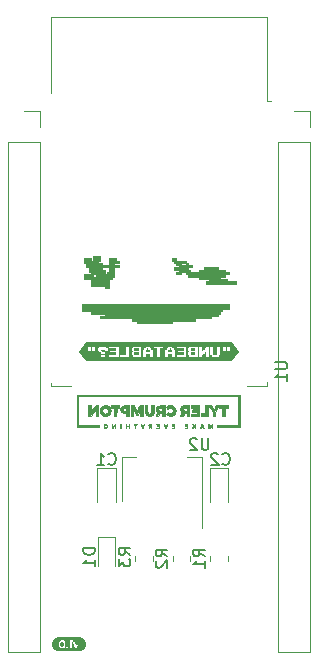
<source format=gbr>
%TF.GenerationSoftware,KiCad,Pcbnew,(5.1.8-0-10_14)*%
%TF.CreationDate,2021-07-01T23:52:50-05:00*%
%TF.ProjectId,crump-s2,6372756d-702d-4733-922e-6b696361645f,rev?*%
%TF.SameCoordinates,Original*%
%TF.FileFunction,Legend,Bot*%
%TF.FilePolarity,Positive*%
%FSLAX46Y46*%
G04 Gerber Fmt 4.6, Leading zero omitted, Abs format (unit mm)*
G04 Created by KiCad (PCBNEW (5.1.8-0-10_14)) date 2021-07-01 23:52:50*
%MOMM*%
%LPD*%
G01*
G04 APERTURE LIST*
%ADD10C,0.100000*%
%ADD11C,0.010000*%
%ADD12C,0.120000*%
%ADD13C,0.150000*%
G04 APERTURE END LIST*
D10*
%TO.C,svg2mod*%
G36*
X33264158Y-64826356D02*
G01*
X33264158Y-65225454D01*
X33112710Y-65224501D01*
X32738378Y-65070196D01*
X32453580Y-65070196D01*
X32069842Y-65258791D01*
X32046178Y-65200689D01*
X32013049Y-65152111D01*
X31971109Y-65113773D01*
X31921013Y-65086389D01*
X31862762Y-65069958D01*
X31796355Y-65064481D01*
X31730394Y-65069958D01*
X31672530Y-65086389D01*
X31622762Y-65113773D01*
X31581090Y-65152111D01*
X31548169Y-65200689D01*
X31524654Y-65258791D01*
X31510545Y-65326419D01*
X31505842Y-65403571D01*
X31510545Y-65480337D01*
X31524654Y-65547756D01*
X31548169Y-65605829D01*
X31581090Y-65654555D01*
X31622762Y-65693101D01*
X31672530Y-65720635D01*
X31730394Y-65737155D01*
X31796355Y-65742661D01*
X31862762Y-65737155D01*
X31921013Y-65720635D01*
X31971109Y-65693101D01*
X32013049Y-65654555D01*
X32046178Y-65605829D01*
X32069842Y-65547756D01*
X32084040Y-65480337D01*
X32088772Y-65403571D01*
X32084040Y-65326419D01*
X32069842Y-65258791D01*
X32453580Y-65070196D01*
X32453580Y-65736946D01*
X32604075Y-65736946D01*
X32604075Y-65197831D01*
X32738378Y-65197831D01*
X32738378Y-65070196D01*
X33112710Y-65224501D01*
X32991743Y-65597881D01*
X32871728Y-65224501D01*
X32725995Y-65224501D01*
X32919353Y-65736946D01*
X33069848Y-65736946D01*
X33264158Y-65225454D01*
X33264158Y-64826356D01*
X33264237Y-64826356D01*
X33320954Y-64829143D01*
X33377125Y-64837475D01*
X33432208Y-64851272D01*
X33485674Y-64870403D01*
X33537008Y-64894682D01*
X33585714Y-64923875D01*
X33631325Y-64957702D01*
X33673400Y-64995837D01*
X33711535Y-65037912D01*
X33745362Y-65083523D01*
X33774555Y-65132229D01*
X33798834Y-65183563D01*
X33817964Y-65237029D01*
X33831762Y-65292112D01*
X33840094Y-65348283D01*
X33842881Y-65405000D01*
X33840094Y-65461717D01*
X33831762Y-65517888D01*
X33817964Y-65572971D01*
X33798834Y-65626437D01*
X33774555Y-65677771D01*
X33745362Y-65726477D01*
X33711535Y-65772088D01*
X33673400Y-65814163D01*
X33631325Y-65852298D01*
X33585714Y-65886125D01*
X33537008Y-65915318D01*
X33485674Y-65939597D01*
X33432208Y-65958728D01*
X33377125Y-65972525D01*
X32298322Y-65723611D01*
X32319277Y-65669319D01*
X32298322Y-65615026D01*
X32245935Y-65594071D01*
X32193071Y-65615026D01*
X32172592Y-65669319D01*
X32193071Y-65724088D01*
X32245935Y-65745519D01*
X32298322Y-65723611D01*
X33377125Y-65972525D01*
X33320954Y-65980857D01*
X33264237Y-65983644D01*
X33264158Y-65983644D01*
X31505842Y-65983644D01*
X31505763Y-65983644D01*
X31449046Y-65980857D01*
X31392875Y-65972525D01*
X31337792Y-65958728D01*
X31284326Y-65939597D01*
X31232992Y-65915318D01*
X31184286Y-65886125D01*
X31138675Y-65852298D01*
X31096600Y-65814163D01*
X31058465Y-65772088D01*
X31024638Y-65726477D01*
X30995445Y-65677771D01*
X30971166Y-65626437D01*
X30952036Y-65572971D01*
X30938238Y-65517888D01*
X30929906Y-65461717D01*
X30927119Y-65405000D01*
X30929906Y-65348283D01*
X30938238Y-65292112D01*
X30952036Y-65237029D01*
X30971166Y-65183563D01*
X30995445Y-65132229D01*
X31024638Y-65083523D01*
X31058465Y-65037912D01*
X31096600Y-64995837D01*
X31138675Y-64957702D01*
X31184286Y-64923875D01*
X31232992Y-64894682D01*
X31284326Y-64870403D01*
X31337792Y-64851272D01*
X31392875Y-64837475D01*
X31449046Y-64829143D01*
X31505763Y-64826356D01*
X31505842Y-64826356D01*
X33264158Y-64826356D01*
G37*
G36*
X31934467Y-65403571D02*
G01*
X31930763Y-65474109D01*
X31919651Y-65530783D01*
X31901130Y-65573593D01*
X31858267Y-65613955D01*
X31796355Y-65627409D01*
X31735871Y-65613955D01*
X31693485Y-65573593D01*
X31674964Y-65530783D01*
X31663852Y-65474109D01*
X31660147Y-65403571D01*
X31663852Y-65332557D01*
X31674964Y-65275725D01*
X31693485Y-65233074D01*
X31735871Y-65193069D01*
X31796355Y-65179734D01*
X31858267Y-65193069D01*
X31901130Y-65233074D01*
X31919651Y-65275725D01*
X31930763Y-65332557D01*
X31934467Y-65403571D01*
G37*
G36*
X46017656Y-39826406D02*
G01*
X46017656Y-40223281D01*
X45898594Y-40223281D01*
X45779531Y-40223281D01*
X45779531Y-40401875D01*
X45660469Y-40401875D01*
X45660469Y-40223281D01*
X45541406Y-40223281D01*
X45422344Y-40223281D01*
X45422344Y-40401875D01*
X45422344Y-40580469D01*
X45541406Y-40580469D01*
X45660469Y-40580469D01*
X45660469Y-40401875D01*
X45779531Y-40401875D01*
X45779531Y-40580469D01*
X45898594Y-40580469D01*
X46017656Y-40580469D01*
X46017656Y-40401875D01*
X46017656Y-40223281D01*
X46017656Y-39826406D01*
X46216094Y-39826406D01*
X46758490Y-40640000D01*
X45184219Y-40580469D01*
X45184219Y-40223281D01*
X45065156Y-40223281D01*
X44946094Y-40223281D01*
X44946094Y-40580469D01*
X44946094Y-40937656D01*
X44767500Y-40937656D01*
X44588906Y-40937656D01*
X44588906Y-40580469D01*
X44588906Y-40223281D01*
X44469844Y-40223281D01*
X44350781Y-40223281D01*
X44350781Y-40580469D01*
X44231719Y-40640000D01*
X44231719Y-40223281D01*
X44112656Y-40223281D01*
X43993594Y-40223281D01*
X43993594Y-40282812D01*
X43993594Y-40342344D01*
X43934063Y-40342344D01*
X43874531Y-40342344D01*
X43874531Y-40401875D01*
X43874531Y-40461406D01*
X43815000Y-40461406D01*
X43755469Y-40461406D01*
X43755469Y-40520937D01*
X43755469Y-40580469D01*
X43695938Y-40580469D01*
X43636406Y-40580469D01*
X43636406Y-40401875D01*
X43636406Y-40223281D01*
X43517344Y-40223281D01*
X43398281Y-40223281D01*
X43398281Y-40640000D01*
X43279219Y-40640000D01*
X43279219Y-40223281D01*
X42922031Y-40223281D01*
X42564844Y-40223281D01*
X42564844Y-40282812D01*
X42564844Y-40342344D01*
X42505313Y-40342344D01*
X42445781Y-40342344D01*
X42445781Y-40461406D01*
X42445781Y-40580469D01*
X42505313Y-40580469D01*
X42564844Y-40580469D01*
X42564844Y-40640000D01*
X42564844Y-40699531D01*
X42505313Y-40699531D01*
X42326719Y-40640000D01*
X42326719Y-40223281D01*
X41910000Y-40223281D01*
X41493281Y-40223281D01*
X41493281Y-40282812D01*
X41493281Y-40342344D01*
X41790938Y-40342344D01*
X42088594Y-40342344D01*
X42088594Y-40461406D01*
X42088594Y-40580469D01*
X41850469Y-40580469D01*
X41612344Y-40580469D01*
X41612344Y-40640000D01*
X41612344Y-40699531D01*
X41850469Y-40699531D01*
X42088594Y-40699531D01*
X42088594Y-40818594D01*
X42088594Y-40937656D01*
X41790938Y-40937656D01*
X41493281Y-40937656D01*
X41493281Y-40997188D01*
X41493281Y-41056719D01*
X41910000Y-41056719D01*
X42326719Y-41056719D01*
X42326719Y-40640000D01*
X42505313Y-40699531D01*
X42445781Y-40699531D01*
X42445781Y-40818594D01*
X42445781Y-40937656D01*
X42505313Y-40937656D01*
X42564844Y-40937656D01*
X42564844Y-40997188D01*
X42564844Y-41056719D01*
X42922031Y-41056719D01*
X43279219Y-41056719D01*
X43279219Y-40640000D01*
X43398281Y-40640000D01*
X43398281Y-41056719D01*
X43517344Y-41056719D01*
X43636406Y-41056719D01*
X43636406Y-40997188D01*
X43636406Y-40937656D01*
X43695938Y-40937656D01*
X43755469Y-40937656D01*
X43755469Y-40878125D01*
X43755469Y-40818594D01*
X43815000Y-40818594D01*
X43874531Y-40818594D01*
X43874531Y-40759063D01*
X43874531Y-40699531D01*
X43934063Y-40699531D01*
X43993594Y-40699531D01*
X43993594Y-40878125D01*
X43993594Y-41056719D01*
X44112656Y-41056719D01*
X44231719Y-41056719D01*
X44231719Y-40640000D01*
X44350781Y-40580469D01*
X44350781Y-40937656D01*
X44410313Y-40937656D01*
X44469844Y-40937656D01*
X44469844Y-40997188D01*
X44469844Y-41056719D01*
X44767500Y-41056719D01*
X45065156Y-41056719D01*
X45065156Y-40997188D01*
X45065156Y-40937656D01*
X45124688Y-40937656D01*
X45184219Y-40937656D01*
X45184219Y-40580469D01*
X46758490Y-40640000D01*
X46216094Y-41453594D01*
X46017656Y-41453594D01*
X33992344Y-41453594D01*
X36730781Y-41056719D01*
X37087969Y-41056719D01*
X37445156Y-41056719D01*
X37445156Y-40640000D01*
X37445156Y-40223281D01*
X37326094Y-40223281D01*
X37207031Y-40223281D01*
X37207031Y-40580469D01*
X37207031Y-40937656D01*
X36968906Y-40937656D01*
X36730781Y-40937656D01*
X36730781Y-40997188D01*
X36730781Y-41056719D01*
X33992344Y-41453594D01*
X33793906Y-41453594D01*
X35778281Y-40997188D01*
X35778281Y-41056719D01*
X36195000Y-41056719D01*
X36611719Y-41056719D01*
X36611719Y-40640000D01*
X36611719Y-40223281D01*
X36195000Y-40223281D01*
X35778281Y-40223281D01*
X35778281Y-40282812D01*
X35540156Y-40282812D01*
X35540156Y-40223281D01*
X35242500Y-40223281D01*
X34944844Y-40223281D01*
X34944844Y-40282812D01*
X34944844Y-40342344D01*
X34885312Y-40342344D01*
X34825781Y-40342344D01*
X34587656Y-40401875D01*
X34587656Y-40223281D01*
X34468594Y-40223281D01*
X34349531Y-40223281D01*
X34349531Y-40401875D01*
X34230469Y-40401875D01*
X34230469Y-40223281D01*
X34111406Y-40223281D01*
X33992344Y-40223281D01*
X33992344Y-40401875D01*
X33992344Y-40580469D01*
X34111406Y-40580469D01*
X34230469Y-40580469D01*
X34230469Y-40401875D01*
X34349531Y-40401875D01*
X34349531Y-40580469D01*
X34468594Y-40580469D01*
X34587656Y-40580469D01*
X34587656Y-40401875D01*
X34825781Y-40342344D01*
X34825781Y-40461406D01*
X34825781Y-40580469D01*
X34885312Y-40580469D01*
X34944844Y-40580469D01*
X34944844Y-40640000D01*
X34944844Y-40699531D01*
X35004375Y-40699531D01*
X35063906Y-40699531D01*
X35063906Y-40759063D01*
X35063906Y-40818594D01*
X35242500Y-40818594D01*
X35421094Y-40818594D01*
X35421094Y-40759063D01*
X35421094Y-40699531D01*
X35302031Y-40699531D01*
X35182969Y-40699531D01*
X35182969Y-40640000D01*
X35182969Y-40580469D01*
X35123437Y-40580469D01*
X35063906Y-40580469D01*
X35063906Y-40520937D01*
X35063906Y-40461406D01*
X35242500Y-40461406D01*
X35421094Y-40461406D01*
X35421094Y-40520937D01*
X35421094Y-40580469D01*
X35540156Y-40580469D01*
X35659219Y-40580469D01*
X35659219Y-40461406D01*
X35659219Y-40342344D01*
X35599687Y-40342344D01*
X35540156Y-40342344D01*
X35540156Y-40282812D01*
X35778281Y-40282812D01*
X35778281Y-40342344D01*
X36075937Y-40342344D01*
X36373594Y-40342344D01*
X36373594Y-40461406D01*
X36373594Y-40580469D01*
X36135469Y-40580469D01*
X35897344Y-40580469D01*
X35897344Y-40640000D01*
X35897344Y-40699531D01*
X36135469Y-40699531D01*
X36373594Y-40699531D01*
X36373594Y-40818594D01*
X36373594Y-40937656D01*
X36075937Y-40937656D01*
X35778281Y-40937656D01*
X35778281Y-40997188D01*
X33793906Y-41453594D01*
X33251510Y-40640000D01*
X35063906Y-40937656D01*
X35063906Y-40997188D01*
X35063906Y-41056719D01*
X35242500Y-41056719D01*
X35421094Y-41056719D01*
X35421094Y-40997188D01*
X35421094Y-40937656D01*
X35242500Y-40937656D01*
X35063906Y-40937656D01*
X33251510Y-40640000D01*
X33793906Y-39826406D01*
X40778906Y-40223281D01*
X40778906Y-40282812D01*
X40778906Y-40342344D01*
X40719375Y-40342344D01*
X40659844Y-40342344D01*
X40302656Y-40282812D01*
X40302656Y-40223281D01*
X39945469Y-40223281D01*
X39588281Y-40223281D01*
X39588281Y-40282812D01*
X39231094Y-40282812D01*
X39231094Y-40223281D01*
X39052500Y-40223281D01*
X38873906Y-40223281D01*
X38873906Y-40282812D01*
X38873906Y-40342344D01*
X38814375Y-40342344D01*
X38754844Y-40342344D01*
X38754844Y-40401875D01*
X38754844Y-40461406D01*
X38695312Y-40461406D01*
X38635781Y-40461406D01*
X38516719Y-40640000D01*
X38516719Y-40223281D01*
X38159531Y-40223281D01*
X37802344Y-40223281D01*
X37802344Y-40282812D01*
X37802344Y-40342344D01*
X37742812Y-40342344D01*
X37683281Y-40342344D01*
X37683281Y-40461406D01*
X37683281Y-40580469D01*
X37742812Y-40580469D01*
X37802344Y-40580469D01*
X37802344Y-40640000D01*
X37802344Y-40699531D01*
X37742812Y-40699531D01*
X37683281Y-40699531D01*
X37683281Y-40818594D01*
X37683281Y-40937656D01*
X37742812Y-40937656D01*
X37802344Y-40937656D01*
X37802344Y-40997188D01*
X37802344Y-41056719D01*
X38159531Y-41056719D01*
X38516719Y-41056719D01*
X38516719Y-40640000D01*
X38635781Y-40461406D01*
X38635781Y-40759063D01*
X38635781Y-41056719D01*
X38754844Y-41056719D01*
X38873906Y-41056719D01*
X38873906Y-40937656D01*
X38873906Y-40818594D01*
X39052500Y-40818594D01*
X39231094Y-40818594D01*
X39231094Y-40937656D01*
X39231094Y-41056719D01*
X39350156Y-41056719D01*
X39469219Y-41056719D01*
X39469219Y-40759063D01*
X39469219Y-40461406D01*
X39409687Y-40461406D01*
X39350156Y-40461406D01*
X39350156Y-40401875D01*
X39350156Y-40342344D01*
X39290625Y-40342344D01*
X39231094Y-40342344D01*
X39231094Y-40282812D01*
X39588281Y-40282812D01*
X39588281Y-40342344D01*
X39707344Y-40342344D01*
X39826406Y-40342344D01*
X39826406Y-40699531D01*
X39826406Y-41056719D01*
X39945469Y-41056719D01*
X40064531Y-41056719D01*
X40064531Y-40699531D01*
X40064531Y-40342344D01*
X40183594Y-40342344D01*
X40302656Y-40342344D01*
X40302656Y-40282812D01*
X40659844Y-40342344D01*
X40659844Y-40401875D01*
X40659844Y-40461406D01*
X40600313Y-40461406D01*
X40540781Y-40461406D01*
X40540781Y-40759063D01*
X40540781Y-41056719D01*
X40659844Y-41056719D01*
X40778906Y-41056719D01*
X40778906Y-40937656D01*
X40778906Y-40818594D01*
X40957500Y-40818594D01*
X41136094Y-40818594D01*
X41136094Y-40937656D01*
X41136094Y-41056719D01*
X41255156Y-41056719D01*
X41374219Y-41056719D01*
X41374219Y-40759063D01*
X41374219Y-40461406D01*
X41314688Y-40461406D01*
X41255156Y-40461406D01*
X41255156Y-40401875D01*
X41255156Y-40342344D01*
X41195625Y-40342344D01*
X41136094Y-40342344D01*
X41136094Y-40282812D01*
X41136094Y-40223281D01*
X40957500Y-40223281D01*
X40778906Y-40223281D01*
X33793906Y-39826406D01*
X33992344Y-39826406D01*
X46017656Y-39826406D01*
G37*
G36*
X40897969Y-40401875D02*
G01*
X40897969Y-40342344D01*
X40957500Y-40342344D01*
X41017031Y-40342344D01*
X41017031Y-40401875D01*
X41017031Y-40461406D01*
X41076563Y-40461406D01*
X41136094Y-40461406D01*
X41136094Y-40580469D01*
X41136094Y-40699531D01*
X40957500Y-40699531D01*
X40778906Y-40699531D01*
X40778906Y-40580469D01*
X40778906Y-40461406D01*
X40838438Y-40461406D01*
X40897969Y-40461406D01*
X40897969Y-40401875D01*
G37*
G36*
X38992969Y-40401875D02*
G01*
X38992969Y-40342344D01*
X39052500Y-40342344D01*
X39112031Y-40342344D01*
X39112031Y-40401875D01*
X39112031Y-40461406D01*
X39171562Y-40461406D01*
X39231094Y-40461406D01*
X39231094Y-40580469D01*
X39231094Y-40699531D01*
X39052500Y-40699531D01*
X38873906Y-40699531D01*
X38873906Y-40580469D01*
X38873906Y-40461406D01*
X38933437Y-40461406D01*
X38992969Y-40461406D01*
X38992969Y-40401875D01*
G37*
G36*
X42683906Y-40461406D02*
G01*
X42683906Y-40342344D01*
X42862500Y-40342344D01*
X43041094Y-40342344D01*
X43041094Y-40461406D01*
X43041094Y-40580469D01*
X42862500Y-40580469D01*
X42683906Y-40580469D01*
X42683906Y-40461406D01*
G37*
G36*
X42683906Y-40818594D02*
G01*
X42683906Y-40699531D01*
X42862500Y-40699531D01*
X43041094Y-40699531D01*
X43041094Y-40818594D01*
X43041094Y-40937656D01*
X42862500Y-40937656D01*
X42683906Y-40937656D01*
X42683906Y-40818594D01*
G37*
G36*
X37921406Y-40461406D02*
G01*
X37921406Y-40342344D01*
X38100000Y-40342344D01*
X38278594Y-40342344D01*
X38278594Y-40461406D01*
X38278594Y-40580469D01*
X38100000Y-40580469D01*
X37921406Y-40580469D01*
X37921406Y-40461406D01*
G37*
G36*
X37921406Y-40818594D02*
G01*
X37921406Y-40699531D01*
X38100000Y-40699531D01*
X38278594Y-40699531D01*
X38278594Y-40818594D01*
X38278594Y-40937656D01*
X38100000Y-40937656D01*
X37921406Y-40937656D01*
X37921406Y-40818594D01*
G37*
D11*
%TO.C,G\u002A\u002A\u002A*%
G36*
X33459615Y-37220769D02*
G01*
X34241154Y-37220769D01*
X34241154Y-37416154D01*
X35413461Y-37416154D01*
X35413461Y-37611539D01*
X35022692Y-37611539D01*
X35022692Y-37806923D01*
X37758077Y-37806923D01*
X37758077Y-38002308D01*
X38148846Y-38002308D01*
X38148846Y-38197692D01*
X41079615Y-38197692D01*
X41079615Y-38002308D01*
X43033461Y-38002308D01*
X43033461Y-37806923D01*
X44401154Y-37806923D01*
X44401154Y-37611539D01*
X44987307Y-37611539D01*
X44987307Y-37416154D01*
X45182692Y-37416154D01*
X45182692Y-37220769D01*
X45378077Y-37220769D01*
X45378077Y-37025385D01*
X45964231Y-37025385D01*
X45964231Y-36634616D01*
X33459615Y-36634616D01*
X33459615Y-37220769D01*
G37*
X33459615Y-37220769D02*
X34241154Y-37220769D01*
X34241154Y-37416154D01*
X35413461Y-37416154D01*
X35413461Y-37611539D01*
X35022692Y-37611539D01*
X35022692Y-37806923D01*
X37758077Y-37806923D01*
X37758077Y-38002308D01*
X38148846Y-38002308D01*
X38148846Y-38197692D01*
X41079615Y-38197692D01*
X41079615Y-38002308D01*
X43033461Y-38002308D01*
X43033461Y-37806923D01*
X44401154Y-37806923D01*
X44401154Y-37611539D01*
X44987307Y-37611539D01*
X44987307Y-37416154D01*
X45182692Y-37416154D01*
X45182692Y-37220769D01*
X45378077Y-37220769D01*
X45378077Y-37025385D01*
X45964231Y-37025385D01*
X45964231Y-36634616D01*
X33459615Y-36634616D01*
X33459615Y-37220769D01*
G36*
X34436538Y-32922308D02*
G01*
X34241154Y-32922308D01*
X34241154Y-32726923D01*
X33655000Y-32726923D01*
X33655000Y-33117692D01*
X33850384Y-33117692D01*
X33850384Y-33508462D01*
X34045769Y-33508462D01*
X34045769Y-33899231D01*
X34241154Y-33899231D01*
X34241154Y-34094616D01*
X33655000Y-34094616D01*
X33655000Y-34485385D01*
X34241154Y-34485385D01*
X34241154Y-35071539D01*
X35413461Y-35071539D01*
X35413461Y-35266923D01*
X35804231Y-35266923D01*
X35804231Y-34485385D01*
X35999615Y-34485385D01*
X35999615Y-34290000D01*
X36195000Y-34290000D01*
X36195000Y-33508462D01*
X35804231Y-33508462D01*
X35804231Y-33899231D01*
X35608846Y-33899231D01*
X35608846Y-34094616D01*
X35413461Y-34094616D01*
X34631923Y-34094616D01*
X34631923Y-34290000D01*
X34436538Y-34290000D01*
X34436538Y-34094616D01*
X34631923Y-34094616D01*
X35413461Y-34094616D01*
X35413461Y-33703846D01*
X35218077Y-33703846D01*
X35218077Y-33508462D01*
X35804231Y-33508462D01*
X36195000Y-33508462D01*
X36585769Y-33508462D01*
X36585769Y-33313077D01*
X36195000Y-33313077D01*
X36195000Y-33117692D01*
X36585769Y-33117692D01*
X36585769Y-32922308D01*
X36390384Y-32922308D01*
X36390384Y-32726923D01*
X35804231Y-32726923D01*
X35804231Y-33313077D01*
X35218077Y-33313077D01*
X35218077Y-33117692D01*
X34827307Y-33117692D01*
X34827307Y-32922308D01*
X35022692Y-32922308D01*
X35022692Y-32531539D01*
X34436538Y-32531539D01*
X34436538Y-32922308D01*
G37*
X34436538Y-32922308D02*
X34241154Y-32922308D01*
X34241154Y-32726923D01*
X33655000Y-32726923D01*
X33655000Y-33117692D01*
X33850384Y-33117692D01*
X33850384Y-33508462D01*
X34045769Y-33508462D01*
X34045769Y-33899231D01*
X34241154Y-33899231D01*
X34241154Y-34094616D01*
X33655000Y-34094616D01*
X33655000Y-34485385D01*
X34241154Y-34485385D01*
X34241154Y-35071539D01*
X35413461Y-35071539D01*
X35413461Y-35266923D01*
X35804231Y-35266923D01*
X35804231Y-34485385D01*
X35999615Y-34485385D01*
X35999615Y-34290000D01*
X36195000Y-34290000D01*
X36195000Y-33508462D01*
X35804231Y-33508462D01*
X35804231Y-33899231D01*
X35608846Y-33899231D01*
X35608846Y-34094616D01*
X35413461Y-34094616D01*
X34631923Y-34094616D01*
X34631923Y-34290000D01*
X34436538Y-34290000D01*
X34436538Y-34094616D01*
X34631923Y-34094616D01*
X35413461Y-34094616D01*
X35413461Y-33703846D01*
X35218077Y-33703846D01*
X35218077Y-33508462D01*
X35804231Y-33508462D01*
X36195000Y-33508462D01*
X36585769Y-33508462D01*
X36585769Y-33313077D01*
X36195000Y-33313077D01*
X36195000Y-33117692D01*
X36585769Y-33117692D01*
X36585769Y-32922308D01*
X36390384Y-32922308D01*
X36390384Y-32726923D01*
X35804231Y-32726923D01*
X35804231Y-33313077D01*
X35218077Y-33313077D01*
X35218077Y-33117692D01*
X34827307Y-33117692D01*
X34827307Y-32922308D01*
X35022692Y-32922308D01*
X35022692Y-32531539D01*
X34436538Y-32531539D01*
X34436538Y-32922308D01*
G36*
X41079615Y-32922308D02*
G01*
X41275000Y-32922308D01*
X41275000Y-33117692D01*
X41470384Y-33117692D01*
X41470384Y-33313077D01*
X41665769Y-33313077D01*
X41665769Y-33508462D01*
X41275000Y-33508462D01*
X41275000Y-33703846D01*
X41665769Y-33703846D01*
X41665769Y-33899231D01*
X41470384Y-33899231D01*
X41470384Y-34094616D01*
X41861154Y-34094616D01*
X41861154Y-33899231D01*
X42251923Y-33899231D01*
X42251923Y-34094616D01*
X42447307Y-34094616D01*
X42447307Y-34290000D01*
X43424231Y-34290000D01*
X43424231Y-34485385D01*
X44205769Y-34485385D01*
X44205769Y-34680769D01*
X44010384Y-34680769D01*
X44010384Y-34876154D01*
X46550384Y-34876154D01*
X46550384Y-34680769D01*
X45768846Y-34680769D01*
X45768846Y-34485385D01*
X45182692Y-34485385D01*
X45182692Y-34290000D01*
X45573461Y-34290000D01*
X45573461Y-34094616D01*
X45964231Y-34094616D01*
X45964231Y-33899231D01*
X45573461Y-33899231D01*
X45573461Y-33703846D01*
X44987307Y-33703846D01*
X44987307Y-33508462D01*
X43815000Y-33508462D01*
X43815000Y-33703846D01*
X43424231Y-33703846D01*
X43424231Y-33899231D01*
X42642692Y-33899231D01*
X42642692Y-33703846D01*
X42447307Y-33703846D01*
X42447307Y-33508462D01*
X42838077Y-33508462D01*
X42838077Y-33313077D01*
X42447307Y-33313077D01*
X42447307Y-33117692D01*
X42251923Y-33117692D01*
X42251923Y-33313077D01*
X41861154Y-33313077D01*
X41861154Y-33117692D01*
X42251923Y-33117692D01*
X42251923Y-32922308D01*
X41470384Y-32922308D01*
X41470384Y-32726923D01*
X41079615Y-32726923D01*
X41079615Y-32922308D01*
G37*
X41079615Y-32922308D02*
X41275000Y-32922308D01*
X41275000Y-33117692D01*
X41470384Y-33117692D01*
X41470384Y-33313077D01*
X41665769Y-33313077D01*
X41665769Y-33508462D01*
X41275000Y-33508462D01*
X41275000Y-33703846D01*
X41665769Y-33703846D01*
X41665769Y-33899231D01*
X41470384Y-33899231D01*
X41470384Y-34094616D01*
X41861154Y-34094616D01*
X41861154Y-33899231D01*
X42251923Y-33899231D01*
X42251923Y-34094616D01*
X42447307Y-34094616D01*
X42447307Y-34290000D01*
X43424231Y-34290000D01*
X43424231Y-34485385D01*
X44205769Y-34485385D01*
X44205769Y-34680769D01*
X44010384Y-34680769D01*
X44010384Y-34876154D01*
X46550384Y-34876154D01*
X46550384Y-34680769D01*
X45768846Y-34680769D01*
X45768846Y-34485385D01*
X45182692Y-34485385D01*
X45182692Y-34290000D01*
X45573461Y-34290000D01*
X45573461Y-34094616D01*
X45964231Y-34094616D01*
X45964231Y-33899231D01*
X45573461Y-33899231D01*
X45573461Y-33703846D01*
X44987307Y-33703846D01*
X44987307Y-33508462D01*
X43815000Y-33508462D01*
X43815000Y-33703846D01*
X43424231Y-33703846D01*
X43424231Y-33899231D01*
X42642692Y-33899231D01*
X42642692Y-33703846D01*
X42447307Y-33703846D01*
X42447307Y-33508462D01*
X42838077Y-33508462D01*
X42838077Y-33313077D01*
X42447307Y-33313077D01*
X42447307Y-33117692D01*
X42251923Y-33117692D01*
X42251923Y-33313077D01*
X41861154Y-33313077D01*
X41861154Y-33117692D01*
X42251923Y-33117692D01*
X42251923Y-32922308D01*
X41470384Y-32922308D01*
X41470384Y-32726923D01*
X41079615Y-32726923D01*
X41079615Y-32922308D01*
G36*
X44487495Y-46781297D02*
G01*
X44474856Y-46790881D01*
X44459831Y-46810549D01*
X44440096Y-46843324D01*
X44414502Y-46890033D01*
X44390853Y-46932745D01*
X44370407Y-46967108D01*
X44355333Y-46989654D01*
X44347796Y-46996913D01*
X44347753Y-46996889D01*
X44340507Y-46986143D01*
X44326238Y-46960345D01*
X44307104Y-46923523D01*
X44288165Y-46885630D01*
X44264768Y-46838917D01*
X44247729Y-46808155D01*
X44234534Y-46790072D01*
X44222668Y-46781391D01*
X44209617Y-46778839D01*
X44206110Y-46778774D01*
X44176572Y-46778774D01*
X44176572Y-46942884D01*
X44176702Y-47005084D01*
X44177361Y-47049203D01*
X44178947Y-47078338D01*
X44181860Y-47095584D01*
X44186499Y-47104035D01*
X44193264Y-47106788D01*
X44197747Y-47106994D01*
X44206468Y-47105791D01*
X44212421Y-47099909D01*
X44216153Y-47085943D01*
X44218213Y-47060487D01*
X44219149Y-47020135D01*
X44219468Y-46972001D01*
X44220013Y-46837007D01*
X44278141Y-46951517D01*
X44305851Y-47004106D01*
X44326788Y-47038942D01*
X44342199Y-47057866D01*
X44353335Y-47062722D01*
X44353524Y-47062688D01*
X44365193Y-47052401D01*
X44383455Y-47027125D01*
X44405611Y-46990901D01*
X44424551Y-46956327D01*
X44446933Y-46914728D01*
X44466283Y-46881136D01*
X44480302Y-46859392D01*
X44486263Y-46853097D01*
X44489328Y-46862918D01*
X44491844Y-46889830D01*
X44493554Y-46929750D01*
X44494203Y-46978597D01*
X44494204Y-46979941D01*
X44494602Y-47034719D01*
X44496067Y-47071572D01*
X44499002Y-47093738D01*
X44503814Y-47104457D01*
X44510086Y-47106994D01*
X44516213Y-47104153D01*
X44520572Y-47093693D01*
X44523445Y-47072716D01*
X44525110Y-47038319D01*
X44525850Y-46987602D01*
X44525967Y-46942884D01*
X44525967Y-46778774D01*
X44500074Y-46778774D01*
X44487495Y-46781297D01*
G37*
X44487495Y-46781297D02*
X44474856Y-46790881D01*
X44459831Y-46810549D01*
X44440096Y-46843324D01*
X44414502Y-46890033D01*
X44390853Y-46932745D01*
X44370407Y-46967108D01*
X44355333Y-46989654D01*
X44347796Y-46996913D01*
X44347753Y-46996889D01*
X44340507Y-46986143D01*
X44326238Y-46960345D01*
X44307104Y-46923523D01*
X44288165Y-46885630D01*
X44264768Y-46838917D01*
X44247729Y-46808155D01*
X44234534Y-46790072D01*
X44222668Y-46781391D01*
X44209617Y-46778839D01*
X44206110Y-46778774D01*
X44176572Y-46778774D01*
X44176572Y-46942884D01*
X44176702Y-47005084D01*
X44177361Y-47049203D01*
X44178947Y-47078338D01*
X44181860Y-47095584D01*
X44186499Y-47104035D01*
X44193264Y-47106788D01*
X44197747Y-47106994D01*
X44206468Y-47105791D01*
X44212421Y-47099909D01*
X44216153Y-47085943D01*
X44218213Y-47060487D01*
X44219149Y-47020135D01*
X44219468Y-46972001D01*
X44220013Y-46837007D01*
X44278141Y-46951517D01*
X44305851Y-47004106D01*
X44326788Y-47038942D01*
X44342199Y-47057866D01*
X44353335Y-47062722D01*
X44353524Y-47062688D01*
X44365193Y-47052401D01*
X44383455Y-47027125D01*
X44405611Y-46990901D01*
X44424551Y-46956327D01*
X44446933Y-46914728D01*
X44466283Y-46881136D01*
X44480302Y-46859392D01*
X44486263Y-46853097D01*
X44489328Y-46862918D01*
X44491844Y-46889830D01*
X44493554Y-46929750D01*
X44494203Y-46978597D01*
X44494204Y-46979941D01*
X44494602Y-47034719D01*
X44496067Y-47071572D01*
X44499002Y-47093738D01*
X44503814Y-47104457D01*
X44510086Y-47106994D01*
X44516213Y-47104153D01*
X44520572Y-47093693D01*
X44523445Y-47072716D01*
X44525110Y-47038319D01*
X44525850Y-46987602D01*
X44525967Y-46942884D01*
X44525967Y-46778774D01*
X44500074Y-46778774D01*
X44487495Y-46781297D01*
G36*
X43614357Y-46780393D02*
G01*
X43604215Y-46786700D01*
X43593172Y-46800710D01*
X43579476Y-46825238D01*
X43561375Y-46863097D01*
X43537118Y-46917101D01*
X43531567Y-46929650D01*
X43508245Y-46982521D01*
X43487782Y-47029057D01*
X43471791Y-47065580D01*
X43461883Y-47088411D01*
X43459628Y-47093760D01*
X43463519Y-47104515D01*
X43476432Y-47106994D01*
X43497335Y-47097696D01*
X43517935Y-47068847D01*
X43520131Y-47064643D01*
X43541737Y-47022292D01*
X43710280Y-47022292D01*
X43731886Y-47064643D01*
X43752669Y-47095558D01*
X43773037Y-47106963D01*
X43774111Y-47106994D01*
X43788811Y-47102625D01*
X43787131Y-47087556D01*
X43780308Y-47071276D01*
X43766667Y-47039611D01*
X43747939Y-46996547D01*
X43740766Y-46980151D01*
X43689535Y-46980151D01*
X43679918Y-46985624D01*
X43654920Y-46989385D01*
X43626009Y-46990529D01*
X43586205Y-46988686D01*
X43565881Y-46982964D01*
X43562452Y-46977295D01*
X43566321Y-46960515D01*
X43576250Y-46932836D01*
X43589655Y-46900201D01*
X43603952Y-46868556D01*
X43616557Y-46843846D01*
X43624888Y-46832016D01*
X43625718Y-46831713D01*
X43632595Y-46840655D01*
X43644327Y-46863556D01*
X43658383Y-46894530D01*
X43672232Y-46927690D01*
X43683344Y-46957150D01*
X43689187Y-46977024D01*
X43689535Y-46980151D01*
X43740766Y-46980151D01*
X43725854Y-46946072D01*
X43716005Y-46923647D01*
X43691034Y-46867532D01*
X43672433Y-46828064D01*
X43658394Y-46802360D01*
X43647110Y-46787534D01*
X43636772Y-46780702D01*
X43625572Y-46778978D01*
X43625348Y-46778976D01*
X43614357Y-46780393D01*
G37*
X43614357Y-46780393D02*
X43604215Y-46786700D01*
X43593172Y-46800710D01*
X43579476Y-46825238D01*
X43561375Y-46863097D01*
X43537118Y-46917101D01*
X43531567Y-46929650D01*
X43508245Y-46982521D01*
X43487782Y-47029057D01*
X43471791Y-47065580D01*
X43461883Y-47088411D01*
X43459628Y-47093760D01*
X43463519Y-47104515D01*
X43476432Y-47106994D01*
X43497335Y-47097696D01*
X43517935Y-47068847D01*
X43520131Y-47064643D01*
X43541737Y-47022292D01*
X43710280Y-47022292D01*
X43731886Y-47064643D01*
X43752669Y-47095558D01*
X43773037Y-47106963D01*
X43774111Y-47106994D01*
X43788811Y-47102625D01*
X43787131Y-47087556D01*
X43780308Y-47071276D01*
X43766667Y-47039611D01*
X43747939Y-46996547D01*
X43740766Y-46980151D01*
X43689535Y-46980151D01*
X43679918Y-46985624D01*
X43654920Y-46989385D01*
X43626009Y-46990529D01*
X43586205Y-46988686D01*
X43565881Y-46982964D01*
X43562452Y-46977295D01*
X43566321Y-46960515D01*
X43576250Y-46932836D01*
X43589655Y-46900201D01*
X43603952Y-46868556D01*
X43616557Y-46843846D01*
X43624888Y-46832016D01*
X43625718Y-46831713D01*
X43632595Y-46840655D01*
X43644327Y-46863556D01*
X43658383Y-46894530D01*
X43672232Y-46927690D01*
X43683344Y-46957150D01*
X43689187Y-46977024D01*
X43689535Y-46980151D01*
X43740766Y-46980151D01*
X43725854Y-46946072D01*
X43716005Y-46923647D01*
X43691034Y-46867532D01*
X43672433Y-46828064D01*
X43658394Y-46802360D01*
X43647110Y-46787534D01*
X43636772Y-46780702D01*
X43625572Y-46778978D01*
X43625348Y-46778976D01*
X43614357Y-46780393D01*
G36*
X42823149Y-46779851D02*
G01*
X42820072Y-46785099D01*
X42827512Y-46797544D01*
X42847010Y-46820212D01*
X42867845Y-46842904D01*
X42895266Y-46873670D01*
X42915982Y-46899098D01*
X42926544Y-46914878D01*
X42927218Y-46917121D01*
X42921309Y-46929649D01*
X42905504Y-46954625D01*
X42882683Y-46987610D01*
X42870906Y-47003866D01*
X42839145Y-47047231D01*
X42818575Y-47076336D01*
X42807902Y-47094023D01*
X42805831Y-47103133D01*
X42811068Y-47106510D01*
X42822319Y-47106995D01*
X42823934Y-47106994D01*
X42841279Y-47101676D01*
X42862625Y-47084065D01*
X42890702Y-47051672D01*
X42905297Y-47032880D01*
X42931444Y-46999707D01*
X42953312Y-46974204D01*
X42967496Y-46960250D01*
X42970360Y-46958766D01*
X42986357Y-46967864D01*
X43004308Y-46990777D01*
X43020445Y-47020928D01*
X43031003Y-47051744D01*
X43033095Y-47068290D01*
X43035250Y-47094516D01*
X43043763Y-47105440D01*
X43054271Y-47106994D01*
X43062296Y-47105980D01*
X43067989Y-47100874D01*
X43071749Y-47088582D01*
X43073974Y-47066007D01*
X43075064Y-47030054D01*
X43075419Y-46977630D01*
X43075446Y-46942884D01*
X43075315Y-46880685D01*
X43074656Y-46836565D01*
X43073070Y-46807430D01*
X43070157Y-46790185D01*
X43065518Y-46781733D01*
X43058754Y-46778981D01*
X43054271Y-46778774D01*
X43044092Y-46780412D01*
X43037813Y-46788046D01*
X43034496Y-46805762D01*
X43033203Y-46837643D01*
X43032999Y-46871417D01*
X43032903Y-46964060D01*
X42947420Y-46871417D01*
X42906323Y-46828297D01*
X42875753Y-46799849D01*
X42853235Y-46784030D01*
X42836295Y-46778797D01*
X42835204Y-46778774D01*
X42823149Y-46779851D01*
G37*
X42823149Y-46779851D02*
X42820072Y-46785099D01*
X42827512Y-46797544D01*
X42847010Y-46820212D01*
X42867845Y-46842904D01*
X42895266Y-46873670D01*
X42915982Y-46899098D01*
X42926544Y-46914878D01*
X42927218Y-46917121D01*
X42921309Y-46929649D01*
X42905504Y-46954625D01*
X42882683Y-46987610D01*
X42870906Y-47003866D01*
X42839145Y-47047231D01*
X42818575Y-47076336D01*
X42807902Y-47094023D01*
X42805831Y-47103133D01*
X42811068Y-47106510D01*
X42822319Y-47106995D01*
X42823934Y-47106994D01*
X42841279Y-47101676D01*
X42862625Y-47084065D01*
X42890702Y-47051672D01*
X42905297Y-47032880D01*
X42931444Y-46999707D01*
X42953312Y-46974204D01*
X42967496Y-46960250D01*
X42970360Y-46958766D01*
X42986357Y-46967864D01*
X43004308Y-46990777D01*
X43020445Y-47020928D01*
X43031003Y-47051744D01*
X43033095Y-47068290D01*
X43035250Y-47094516D01*
X43043763Y-47105440D01*
X43054271Y-47106994D01*
X43062296Y-47105980D01*
X43067989Y-47100874D01*
X43071749Y-47088582D01*
X43073974Y-47066007D01*
X43075064Y-47030054D01*
X43075419Y-46977630D01*
X43075446Y-46942884D01*
X43075315Y-46880685D01*
X43074656Y-46836565D01*
X43073070Y-46807430D01*
X43070157Y-46790185D01*
X43065518Y-46781733D01*
X43058754Y-46778981D01*
X43054271Y-46778774D01*
X43044092Y-46780412D01*
X43037813Y-46788046D01*
X43034496Y-46805762D01*
X43033203Y-46837643D01*
X43032999Y-46871417D01*
X43032903Y-46964060D01*
X42947420Y-46871417D01*
X42906323Y-46828297D01*
X42875753Y-46799849D01*
X42853235Y-46784030D01*
X42836295Y-46778797D01*
X42835204Y-46778774D01*
X42823149Y-46779851D01*
G36*
X42239822Y-46779228D02*
G01*
X42205496Y-46780894D01*
X42185620Y-46784230D01*
X42176838Y-46789694D01*
X42175488Y-46794656D01*
X42179201Y-46802404D01*
X42192754Y-46807230D01*
X42219765Y-46809737D01*
X42263853Y-46810529D01*
X42270777Y-46810538D01*
X42366067Y-46810538D01*
X42366067Y-46916415D01*
X42281365Y-46916415D01*
X42239163Y-46916857D01*
X42213870Y-46918893D01*
X42201227Y-46923588D01*
X42196975Y-46932007D01*
X42196663Y-46937590D01*
X42198432Y-46948141D01*
X42206576Y-46954464D01*
X42225357Y-46957625D01*
X42259033Y-46958688D01*
X42281365Y-46958766D01*
X42366067Y-46958766D01*
X42366067Y-47064643D01*
X42270777Y-47064643D01*
X42225504Y-47064997D01*
X42197372Y-47066656D01*
X42182351Y-47070515D01*
X42176411Y-47077470D01*
X42175488Y-47085819D01*
X42176828Y-47095086D01*
X42183289Y-47101169D01*
X42198532Y-47104733D01*
X42226216Y-47106445D01*
X42270003Y-47106968D01*
X42291953Y-47106994D01*
X42408418Y-47106994D01*
X42408418Y-46778774D01*
X42291953Y-46778774D01*
X42239822Y-46779228D01*
G37*
X42239822Y-46779228D02*
X42205496Y-46780894D01*
X42185620Y-46784230D01*
X42176838Y-46789694D01*
X42175488Y-46794656D01*
X42179201Y-46802404D01*
X42192754Y-46807230D01*
X42219765Y-46809737D01*
X42263853Y-46810529D01*
X42270777Y-46810538D01*
X42366067Y-46810538D01*
X42366067Y-46916415D01*
X42281365Y-46916415D01*
X42239163Y-46916857D01*
X42213870Y-46918893D01*
X42201227Y-46923588D01*
X42196975Y-46932007D01*
X42196663Y-46937590D01*
X42198432Y-46948141D01*
X42206576Y-46954464D01*
X42225357Y-46957625D01*
X42259033Y-46958688D01*
X42281365Y-46958766D01*
X42366067Y-46958766D01*
X42366067Y-47064643D01*
X42270777Y-47064643D01*
X42225504Y-47064997D01*
X42197372Y-47066656D01*
X42182351Y-47070515D01*
X42176411Y-47077470D01*
X42175488Y-47085819D01*
X42176828Y-47095086D01*
X42183289Y-47101169D01*
X42198532Y-47104733D01*
X42226216Y-47106445D01*
X42270003Y-47106968D01*
X42291953Y-47106994D01*
X42408418Y-47106994D01*
X42408418Y-46778774D01*
X42291953Y-46778774D01*
X42239822Y-46779228D01*
G36*
X41145354Y-46779261D02*
G01*
X41112329Y-46781047D01*
X41093627Y-46784621D01*
X41085830Y-46790471D01*
X41084950Y-46794656D01*
X41088792Y-46802596D01*
X41102778Y-46807455D01*
X41130597Y-46809886D01*
X41174946Y-46810538D01*
X41264942Y-46810538D01*
X41264942Y-46916415D01*
X41185534Y-46916415D01*
X41144933Y-46916915D01*
X41121111Y-46919196D01*
X41109680Y-46924427D01*
X41106250Y-46933779D01*
X41106126Y-46937590D01*
X41108001Y-46948417D01*
X41116553Y-46954770D01*
X41136170Y-46957818D01*
X41171240Y-46958733D01*
X41185534Y-46958766D01*
X41264942Y-46958766D01*
X41264942Y-47064643D01*
X41169652Y-47064643D01*
X41124379Y-47064997D01*
X41096247Y-47066656D01*
X41081226Y-47070515D01*
X41075285Y-47077470D01*
X41074362Y-47085819D01*
X41075703Y-47095086D01*
X41082164Y-47101169D01*
X41097406Y-47104733D01*
X41125091Y-47106445D01*
X41168878Y-47106968D01*
X41190828Y-47106994D01*
X41307293Y-47106994D01*
X41307293Y-46778774D01*
X41196121Y-46778774D01*
X41145354Y-46779261D01*
G37*
X41145354Y-46779261D02*
X41112329Y-46781047D01*
X41093627Y-46784621D01*
X41085830Y-46790471D01*
X41084950Y-46794656D01*
X41088792Y-46802596D01*
X41102778Y-46807455D01*
X41130597Y-46809886D01*
X41174946Y-46810538D01*
X41264942Y-46810538D01*
X41264942Y-46916415D01*
X41185534Y-46916415D01*
X41144933Y-46916915D01*
X41121111Y-46919196D01*
X41109680Y-46924427D01*
X41106250Y-46933779D01*
X41106126Y-46937590D01*
X41108001Y-46948417D01*
X41116553Y-46954770D01*
X41136170Y-46957818D01*
X41171240Y-46958733D01*
X41185534Y-46958766D01*
X41264942Y-46958766D01*
X41264942Y-47064643D01*
X41169652Y-47064643D01*
X41124379Y-47064997D01*
X41096247Y-47066656D01*
X41081226Y-47070515D01*
X41075285Y-47077470D01*
X41074362Y-47085819D01*
X41075703Y-47095086D01*
X41082164Y-47101169D01*
X41097406Y-47104733D01*
X41125091Y-47106445D01*
X41168878Y-47106968D01*
X41190828Y-47106994D01*
X41307293Y-47106994D01*
X41307293Y-46778774D01*
X41196121Y-46778774D01*
X41145354Y-46779261D01*
G36*
X40410809Y-46782666D02*
G01*
X40407334Y-46787627D01*
X40411173Y-46800008D01*
X40421764Y-46828365D01*
X40437718Y-46869125D01*
X40457649Y-46918716D01*
X40470062Y-46949090D01*
X40494717Y-47008132D01*
X40513445Y-47050189D01*
X40527828Y-47078075D01*
X40539446Y-47094607D01*
X40549881Y-47102598D01*
X40557411Y-47104628D01*
X40567083Y-47104237D01*
X40576103Y-47098762D01*
X40585975Y-47085499D01*
X40598204Y-47061741D01*
X40614294Y-47024783D01*
X40635750Y-46971918D01*
X40647181Y-46943165D01*
X40670955Y-46882878D01*
X40687531Y-46839473D01*
X40697602Y-46810182D01*
X40701857Y-46792236D01*
X40700990Y-46782866D01*
X40695691Y-46779304D01*
X40688242Y-46778774D01*
X40677557Y-46780947D01*
X40667516Y-46789497D01*
X40656400Y-46807473D01*
X40642488Y-46837924D01*
X40624061Y-46883898D01*
X40613586Y-46911121D01*
X40594539Y-46959779D01*
X40577775Y-47000387D01*
X40564863Y-47029304D01*
X40557371Y-47042892D01*
X40556546Y-47043468D01*
X40550564Y-47034164D01*
X40538704Y-47008673D01*
X40522548Y-46970625D01*
X40503682Y-46923649D01*
X40498799Y-46911121D01*
X40476560Y-46855289D01*
X40459568Y-46816847D01*
X40446370Y-46793100D01*
X40435511Y-46781349D01*
X40427429Y-46778774D01*
X40410809Y-46782666D01*
G37*
X40410809Y-46782666D02*
X40407334Y-46787627D01*
X40411173Y-46800008D01*
X40421764Y-46828365D01*
X40437718Y-46869125D01*
X40457649Y-46918716D01*
X40470062Y-46949090D01*
X40494717Y-47008132D01*
X40513445Y-47050189D01*
X40527828Y-47078075D01*
X40539446Y-47094607D01*
X40549881Y-47102598D01*
X40557411Y-47104628D01*
X40567083Y-47104237D01*
X40576103Y-47098762D01*
X40585975Y-47085499D01*
X40598204Y-47061741D01*
X40614294Y-47024783D01*
X40635750Y-46971918D01*
X40647181Y-46943165D01*
X40670955Y-46882878D01*
X40687531Y-46839473D01*
X40697602Y-46810182D01*
X40701857Y-46792236D01*
X40700990Y-46782866D01*
X40695691Y-46779304D01*
X40688242Y-46778774D01*
X40677557Y-46780947D01*
X40667516Y-46789497D01*
X40656400Y-46807473D01*
X40642488Y-46837924D01*
X40624061Y-46883898D01*
X40613586Y-46911121D01*
X40594539Y-46959779D01*
X40577775Y-47000387D01*
X40564863Y-47029304D01*
X40557371Y-47042892D01*
X40556546Y-47043468D01*
X40550564Y-47034164D01*
X40538704Y-47008673D01*
X40522548Y-46970625D01*
X40503682Y-46923649D01*
X40498799Y-46911121D01*
X40476560Y-46855289D01*
X40459568Y-46816847D01*
X40446370Y-46793100D01*
X40435511Y-46781349D01*
X40427429Y-46778774D01*
X40410809Y-46782666D01*
G36*
X39853650Y-46779261D02*
G01*
X39820624Y-46781047D01*
X39801922Y-46784621D01*
X39794125Y-46790471D01*
X39793245Y-46794656D01*
X39797087Y-46802596D01*
X39811073Y-46807455D01*
X39838893Y-46809886D01*
X39883241Y-46810538D01*
X39973237Y-46810538D01*
X39973237Y-46916415D01*
X39888535Y-46916415D01*
X39846333Y-46916857D01*
X39821040Y-46918893D01*
X39808397Y-46923588D01*
X39804145Y-46932007D01*
X39803833Y-46937590D01*
X39805601Y-46948141D01*
X39813746Y-46954464D01*
X39832527Y-46957625D01*
X39866203Y-46958688D01*
X39888535Y-46958766D01*
X39973237Y-46958766D01*
X39973237Y-47064643D01*
X39877947Y-47064643D01*
X39832674Y-47064997D01*
X39804542Y-47066656D01*
X39789521Y-47070515D01*
X39783580Y-47077470D01*
X39782657Y-47085819D01*
X39783998Y-47095086D01*
X39790459Y-47101169D01*
X39805701Y-47104733D01*
X39833386Y-47106445D01*
X39877173Y-47106968D01*
X39899123Y-47106994D01*
X40015588Y-47106994D01*
X40015588Y-46778774D01*
X39904416Y-46778774D01*
X39853650Y-46779261D01*
G37*
X39853650Y-46779261D02*
X39820624Y-46781047D01*
X39801922Y-46784621D01*
X39794125Y-46790471D01*
X39793245Y-46794656D01*
X39797087Y-46802596D01*
X39811073Y-46807455D01*
X39838893Y-46809886D01*
X39883241Y-46810538D01*
X39973237Y-46810538D01*
X39973237Y-46916415D01*
X39888535Y-46916415D01*
X39846333Y-46916857D01*
X39821040Y-46918893D01*
X39808397Y-46923588D01*
X39804145Y-46932007D01*
X39803833Y-46937590D01*
X39805601Y-46948141D01*
X39813746Y-46954464D01*
X39832527Y-46957625D01*
X39866203Y-46958688D01*
X39888535Y-46958766D01*
X39973237Y-46958766D01*
X39973237Y-47064643D01*
X39877947Y-47064643D01*
X39832674Y-47064997D01*
X39804542Y-47066656D01*
X39789521Y-47070515D01*
X39783580Y-47077470D01*
X39782657Y-47085819D01*
X39783998Y-47095086D01*
X39790459Y-47101169D01*
X39805701Y-47104733D01*
X39833386Y-47106445D01*
X39877173Y-47106968D01*
X39899123Y-47106994D01*
X40015588Y-47106994D01*
X40015588Y-46778774D01*
X39904416Y-46778774D01*
X39853650Y-46779261D01*
G36*
X39227598Y-46779153D02*
G01*
X39197272Y-46781178D01*
X39177184Y-46786181D01*
X39161867Y-46795493D01*
X39146578Y-46809723D01*
X39121844Y-46847984D01*
X39114899Y-46891647D01*
X39125278Y-46935380D01*
X39152515Y-46973852D01*
X39161596Y-46981779D01*
X39183908Y-46999499D01*
X39149769Y-47047037D01*
X39127989Y-47078266D01*
X39118225Y-47096245D01*
X39119690Y-47104593D01*
X39131598Y-47106926D01*
X39136724Y-47106994D01*
X39157091Y-47097115D01*
X39182406Y-47068368D01*
X39192309Y-47053892D01*
X39212133Y-47024496D01*
X39227341Y-47008893D01*
X39244840Y-47003110D01*
X39271538Y-47003175D01*
X39279740Y-47003601D01*
X39332678Y-47006411D01*
X39335905Y-47056703D01*
X39340533Y-47090487D01*
X39349347Y-47105639D01*
X39354434Y-47106994D01*
X39360370Y-47103772D01*
X39364596Y-47092218D01*
X39367376Y-47069499D01*
X39368975Y-47032784D01*
X39369656Y-46979239D01*
X39369700Y-46958766D01*
X39338940Y-46958766D01*
X39271991Y-46958766D01*
X39220575Y-46955285D01*
X39186241Y-46945164D01*
X39181512Y-46942284D01*
X39161612Y-46916982D01*
X39157375Y-46884649D01*
X39168494Y-46852157D01*
X39186473Y-46832013D01*
X39209419Y-46818249D01*
X39237062Y-46812503D01*
X39273822Y-46812716D01*
X39332678Y-46815831D01*
X39335809Y-46887299D01*
X39338940Y-46958766D01*
X39369700Y-46958766D01*
X39369735Y-46942884D01*
X39369735Y-46778774D01*
X39273631Y-46778774D01*
X39227598Y-46779153D01*
G37*
X39227598Y-46779153D02*
X39197272Y-46781178D01*
X39177184Y-46786181D01*
X39161867Y-46795493D01*
X39146578Y-46809723D01*
X39121844Y-46847984D01*
X39114899Y-46891647D01*
X39125278Y-46935380D01*
X39152515Y-46973852D01*
X39161596Y-46981779D01*
X39183908Y-46999499D01*
X39149769Y-47047037D01*
X39127989Y-47078266D01*
X39118225Y-47096245D01*
X39119690Y-47104593D01*
X39131598Y-47106926D01*
X39136724Y-47106994D01*
X39157091Y-47097115D01*
X39182406Y-47068368D01*
X39192309Y-47053892D01*
X39212133Y-47024496D01*
X39227341Y-47008893D01*
X39244840Y-47003110D01*
X39271538Y-47003175D01*
X39279740Y-47003601D01*
X39332678Y-47006411D01*
X39335905Y-47056703D01*
X39340533Y-47090487D01*
X39349347Y-47105639D01*
X39354434Y-47106994D01*
X39360370Y-47103772D01*
X39364596Y-47092218D01*
X39367376Y-47069499D01*
X39368975Y-47032784D01*
X39369656Y-46979239D01*
X39369700Y-46958766D01*
X39338940Y-46958766D01*
X39271991Y-46958766D01*
X39220575Y-46955285D01*
X39186241Y-46945164D01*
X39181512Y-46942284D01*
X39161612Y-46916982D01*
X39157375Y-46884649D01*
X39168494Y-46852157D01*
X39186473Y-46832013D01*
X39209419Y-46818249D01*
X39237062Y-46812503D01*
X39273822Y-46812716D01*
X39332678Y-46815831D01*
X39335809Y-46887299D01*
X39338940Y-46958766D01*
X39369700Y-46958766D01*
X39369735Y-46942884D01*
X39369735Y-46778774D01*
X39273631Y-46778774D01*
X39227598Y-46779153D01*
G36*
X38701418Y-46790176D02*
G01*
X38681392Y-46814624D01*
X38655298Y-46855445D01*
X38651115Y-46862446D01*
X38630131Y-46896944D01*
X38613294Y-46923096D01*
X38603392Y-46936625D01*
X38602124Y-46937590D01*
X38595113Y-46929150D01*
X38580250Y-46906678D01*
X38560323Y-46874454D01*
X38553133Y-46862446D01*
X38526014Y-46819189D01*
X38505305Y-46792647D01*
X38488508Y-46780326D01*
X38473125Y-46779730D01*
X38470990Y-46780423D01*
X38471965Y-46790428D01*
X38482003Y-46815029D01*
X38499428Y-46850569D01*
X38522565Y-46893392D01*
X38523579Y-46895194D01*
X38551585Y-46946260D01*
X38570026Y-46984139D01*
X38580718Y-47013505D01*
X38585474Y-47039031D01*
X38586242Y-47056657D01*
X38588112Y-47089029D01*
X38594534Y-47104348D01*
X38602124Y-47106994D01*
X38612337Y-47101067D01*
X38617171Y-47080713D01*
X38618005Y-47056657D01*
X38619750Y-47031068D01*
X38626192Y-47004830D01*
X38639145Y-46973270D01*
X38660423Y-46931715D01*
X38680668Y-46895194D01*
X38703998Y-46852156D01*
X38721682Y-46816257D01*
X38732045Y-46791152D01*
X38733413Y-46780496D01*
X38733258Y-46780423D01*
X38717873Y-46779607D01*
X38701418Y-46790176D01*
G37*
X38701418Y-46790176D02*
X38681392Y-46814624D01*
X38655298Y-46855445D01*
X38651115Y-46862446D01*
X38630131Y-46896944D01*
X38613294Y-46923096D01*
X38603392Y-46936625D01*
X38602124Y-46937590D01*
X38595113Y-46929150D01*
X38580250Y-46906678D01*
X38560323Y-46874454D01*
X38553133Y-46862446D01*
X38526014Y-46819189D01*
X38505305Y-46792647D01*
X38488508Y-46780326D01*
X38473125Y-46779730D01*
X38470990Y-46780423D01*
X38471965Y-46790428D01*
X38482003Y-46815029D01*
X38499428Y-46850569D01*
X38522565Y-46893392D01*
X38523579Y-46895194D01*
X38551585Y-46946260D01*
X38570026Y-46984139D01*
X38580718Y-47013505D01*
X38585474Y-47039031D01*
X38586242Y-47056657D01*
X38588112Y-47089029D01*
X38594534Y-47104348D01*
X38602124Y-47106994D01*
X38612337Y-47101067D01*
X38617171Y-47080713D01*
X38618005Y-47056657D01*
X38619750Y-47031068D01*
X38626192Y-47004830D01*
X38639145Y-46973270D01*
X38660423Y-46931715D01*
X38680668Y-46895194D01*
X38703998Y-46852156D01*
X38721682Y-46816257D01*
X38732045Y-46791152D01*
X38733413Y-46780496D01*
X38733258Y-46780423D01*
X38717873Y-46779607D01*
X38701418Y-46790176D01*
G36*
X37931649Y-46779180D02*
G01*
X37893326Y-46780638D01*
X37869965Y-46783506D01*
X37858463Y-46788145D01*
X37855688Y-46794103D01*
X37862893Y-46804290D01*
X37886421Y-46810412D01*
X37911274Y-46812631D01*
X37966859Y-46815831D01*
X37969805Y-46961413D01*
X37971395Y-47021168D01*
X37973584Y-47062676D01*
X37976737Y-47088861D01*
X37981221Y-47102651D01*
X37987403Y-47106970D01*
X37988035Y-47106994D01*
X37994382Y-47103363D01*
X37998999Y-47090516D01*
X38002254Y-47065529D01*
X38004512Y-47025476D01*
X38006140Y-46967429D01*
X38006264Y-46961413D01*
X38009210Y-46815831D01*
X38064796Y-46812631D01*
X38100236Y-46808604D01*
X38117521Y-46801121D01*
X38120381Y-46794103D01*
X38116876Y-46787572D01*
X38104291Y-46783134D01*
X38079525Y-46780428D01*
X38039478Y-46779096D01*
X37988035Y-46778774D01*
X37931649Y-46779180D01*
G37*
X37931649Y-46779180D02*
X37893326Y-46780638D01*
X37869965Y-46783506D01*
X37858463Y-46788145D01*
X37855688Y-46794103D01*
X37862893Y-46804290D01*
X37886421Y-46810412D01*
X37911274Y-46812631D01*
X37966859Y-46815831D01*
X37969805Y-46961413D01*
X37971395Y-47021168D01*
X37973584Y-47062676D01*
X37976737Y-47088861D01*
X37981221Y-47102651D01*
X37987403Y-47106970D01*
X37988035Y-47106994D01*
X37994382Y-47103363D01*
X37998999Y-47090516D01*
X38002254Y-47065529D01*
X38004512Y-47025476D01*
X38006140Y-46967429D01*
X38006264Y-46961413D01*
X38009210Y-46815831D01*
X38064796Y-46812631D01*
X38100236Y-46808604D01*
X38117521Y-46801121D01*
X38120381Y-46794103D01*
X38116876Y-46787572D01*
X38104291Y-46783134D01*
X38079525Y-46780428D01*
X38039478Y-46779096D01*
X37988035Y-46778774D01*
X37931649Y-46779180D01*
G36*
X37201506Y-46779888D02*
G01*
X37195940Y-46785290D01*
X37192264Y-46798072D01*
X37190089Y-46821323D01*
X37189025Y-46858135D01*
X37188683Y-46911598D01*
X37188660Y-46942884D01*
X37188800Y-47005114D01*
X37189481Y-47049259D01*
X37191093Y-47078410D01*
X37194025Y-47095660D01*
X37198666Y-47104098D01*
X37205407Y-47106815D01*
X37209352Y-47106994D01*
X37220541Y-47104538D01*
X37227262Y-47094143D01*
X37231028Y-47071268D01*
X37233174Y-47035527D01*
X37236305Y-46964060D01*
X37334241Y-46961016D01*
X37432178Y-46957971D01*
X37432178Y-47032483D01*
X37432743Y-47071558D01*
X37435295Y-47093986D01*
X37441118Y-47104284D01*
X37451494Y-47106969D01*
X37453354Y-47106994D01*
X37461379Y-47105980D01*
X37467072Y-47100874D01*
X37470831Y-47088582D01*
X37473057Y-47066007D01*
X37474147Y-47030054D01*
X37474502Y-46977630D01*
X37474529Y-46942884D01*
X37474389Y-46880655D01*
X37473707Y-46836510D01*
X37472096Y-46807358D01*
X37469164Y-46790109D01*
X37464523Y-46781671D01*
X37457782Y-46778954D01*
X37453837Y-46778774D01*
X37442648Y-46781230D01*
X37435927Y-46791626D01*
X37432161Y-46814500D01*
X37430015Y-46850242D01*
X37426884Y-46921709D01*
X37236305Y-46921709D01*
X37233174Y-46850242D01*
X37230786Y-46811965D01*
X37226829Y-46790324D01*
X37219788Y-46780778D01*
X37209352Y-46778774D01*
X37201506Y-46779888D01*
G37*
X37201506Y-46779888D02*
X37195940Y-46785290D01*
X37192264Y-46798072D01*
X37190089Y-46821323D01*
X37189025Y-46858135D01*
X37188683Y-46911598D01*
X37188660Y-46942884D01*
X37188800Y-47005114D01*
X37189481Y-47049259D01*
X37191093Y-47078410D01*
X37194025Y-47095660D01*
X37198666Y-47104098D01*
X37205407Y-47106815D01*
X37209352Y-47106994D01*
X37220541Y-47104538D01*
X37227262Y-47094143D01*
X37231028Y-47071268D01*
X37233174Y-47035527D01*
X37236305Y-46964060D01*
X37334241Y-46961016D01*
X37432178Y-46957971D01*
X37432178Y-47032483D01*
X37432743Y-47071558D01*
X37435295Y-47093986D01*
X37441118Y-47104284D01*
X37451494Y-47106969D01*
X37453354Y-47106994D01*
X37461379Y-47105980D01*
X37467072Y-47100874D01*
X37470831Y-47088582D01*
X37473057Y-47066007D01*
X37474147Y-47030054D01*
X37474502Y-46977630D01*
X37474529Y-46942884D01*
X37474389Y-46880655D01*
X37473707Y-46836510D01*
X37472096Y-46807358D01*
X37469164Y-46790109D01*
X37464523Y-46781671D01*
X37457782Y-46778954D01*
X37453837Y-46778774D01*
X37442648Y-46781230D01*
X37435927Y-46791626D01*
X37432161Y-46814500D01*
X37430015Y-46850242D01*
X37426884Y-46921709D01*
X37236305Y-46921709D01*
X37233174Y-46850242D01*
X37230786Y-46811965D01*
X37226829Y-46790324D01*
X37219788Y-46780778D01*
X37209352Y-46778774D01*
X37201506Y-46779888D01*
G36*
X36735949Y-46779788D02*
G01*
X36730256Y-46784894D01*
X36726497Y-46797187D01*
X36724271Y-46819762D01*
X36723181Y-46855714D01*
X36722826Y-46908139D01*
X36722799Y-46942884D01*
X36722930Y-47005084D01*
X36723589Y-47049203D01*
X36725175Y-47078338D01*
X36728088Y-47095584D01*
X36732727Y-47104035D01*
X36739491Y-47106788D01*
X36743975Y-47106994D01*
X36752000Y-47105980D01*
X36757693Y-47100874D01*
X36761453Y-47088582D01*
X36763678Y-47066007D01*
X36764768Y-47030054D01*
X36765123Y-46977630D01*
X36765150Y-46942884D01*
X36765019Y-46880685D01*
X36764360Y-46836565D01*
X36762774Y-46807430D01*
X36759861Y-46790185D01*
X36755222Y-46781733D01*
X36748458Y-46778981D01*
X36743975Y-46778774D01*
X36735949Y-46779788D01*
G37*
X36735949Y-46779788D02*
X36730256Y-46784894D01*
X36726497Y-46797187D01*
X36724271Y-46819762D01*
X36723181Y-46855714D01*
X36722826Y-46908139D01*
X36722799Y-46942884D01*
X36722930Y-47005084D01*
X36723589Y-47049203D01*
X36725175Y-47078338D01*
X36728088Y-47095584D01*
X36732727Y-47104035D01*
X36739491Y-47106788D01*
X36743975Y-47106994D01*
X36752000Y-47105980D01*
X36757693Y-47100874D01*
X36761453Y-47088582D01*
X36763678Y-47066007D01*
X36764768Y-47030054D01*
X36765123Y-46977630D01*
X36765150Y-46942884D01*
X36765019Y-46880685D01*
X36764360Y-46836565D01*
X36762774Y-46807430D01*
X36759861Y-46790185D01*
X36755222Y-46781733D01*
X36748458Y-46778981D01*
X36743975Y-46778774D01*
X36735949Y-46779788D01*
G36*
X36026359Y-46779857D02*
G01*
X36020754Y-46785166D01*
X36017053Y-46797794D01*
X36014863Y-46820833D01*
X36013791Y-46857376D01*
X36013444Y-46910515D01*
X36013420Y-46942884D01*
X36013504Y-47005013D01*
X36014055Y-47049065D01*
X36015525Y-47078142D01*
X36018364Y-47095342D01*
X36023023Y-47103765D01*
X36029952Y-47106511D01*
X36037243Y-47106706D01*
X36050658Y-47102052D01*
X36068545Y-47086985D01*
X36092820Y-47059422D01*
X36125395Y-47017280D01*
X36149129Y-46984947D01*
X36181387Y-46941363D01*
X36209776Y-46904708D01*
X36231805Y-46878073D01*
X36244985Y-46864544D01*
X36247065Y-46863476D01*
X36251038Y-46873405D01*
X36254219Y-46900562D01*
X36256289Y-46941008D01*
X36256938Y-46985235D01*
X36257363Y-47038703D01*
X36258922Y-47074304D01*
X36262047Y-47095334D01*
X36267167Y-47105090D01*
X36272820Y-47106994D01*
X36278948Y-47104153D01*
X36283307Y-47093693D01*
X36286179Y-47072716D01*
X36287845Y-47038319D01*
X36288584Y-46987602D01*
X36288702Y-46942884D01*
X36288572Y-46880688D01*
X36287916Y-46836572D01*
X36286333Y-46807438D01*
X36283422Y-46790193D01*
X36278783Y-46781740D01*
X36272016Y-46778984D01*
X36267463Y-46778774D01*
X36252673Y-46785893D01*
X36229682Y-46807937D01*
X36197548Y-46845937D01*
X36155325Y-46900924D01*
X36153645Y-46903180D01*
X36061065Y-47027586D01*
X36058082Y-46903180D01*
X36056567Y-46850139D01*
X36054593Y-46814740D01*
X36051484Y-46793450D01*
X36046564Y-46782738D01*
X36039156Y-46779070D01*
X36034260Y-46778774D01*
X36026359Y-46779857D01*
G37*
X36026359Y-46779857D02*
X36020754Y-46785166D01*
X36017053Y-46797794D01*
X36014863Y-46820833D01*
X36013791Y-46857376D01*
X36013444Y-46910515D01*
X36013420Y-46942884D01*
X36013504Y-47005013D01*
X36014055Y-47049065D01*
X36015525Y-47078142D01*
X36018364Y-47095342D01*
X36023023Y-47103765D01*
X36029952Y-47106511D01*
X36037243Y-47106706D01*
X36050658Y-47102052D01*
X36068545Y-47086985D01*
X36092820Y-47059422D01*
X36125395Y-47017280D01*
X36149129Y-46984947D01*
X36181387Y-46941363D01*
X36209776Y-46904708D01*
X36231805Y-46878073D01*
X36244985Y-46864544D01*
X36247065Y-46863476D01*
X36251038Y-46873405D01*
X36254219Y-46900562D01*
X36256289Y-46941008D01*
X36256938Y-46985235D01*
X36257363Y-47038703D01*
X36258922Y-47074304D01*
X36262047Y-47095334D01*
X36267167Y-47105090D01*
X36272820Y-47106994D01*
X36278948Y-47104153D01*
X36283307Y-47093693D01*
X36286179Y-47072716D01*
X36287845Y-47038319D01*
X36288584Y-46987602D01*
X36288702Y-46942884D01*
X36288572Y-46880688D01*
X36287916Y-46836572D01*
X36286333Y-46807438D01*
X36283422Y-46790193D01*
X36278783Y-46781740D01*
X36272016Y-46778984D01*
X36267463Y-46778774D01*
X36252673Y-46785893D01*
X36229682Y-46807937D01*
X36197548Y-46845937D01*
X36155325Y-46900924D01*
X36153645Y-46903180D01*
X36061065Y-47027586D01*
X36058082Y-46903180D01*
X36056567Y-46850139D01*
X36054593Y-46814740D01*
X36051484Y-46793450D01*
X36046564Y-46782738D01*
X36039156Y-46779070D01*
X36034260Y-46778774D01*
X36026359Y-46779857D01*
G36*
X35403782Y-46775056D02*
G01*
X35342795Y-46796516D01*
X35322921Y-46808655D01*
X35319983Y-46818496D01*
X35327287Y-46827733D01*
X35340610Y-46837013D01*
X35356651Y-46834878D01*
X35373601Y-46826846D01*
X35424106Y-46810692D01*
X35472127Y-46813467D01*
X35514062Y-46832954D01*
X35546304Y-46866937D01*
X35565248Y-46913198D01*
X35568735Y-46946840D01*
X35559239Y-46992972D01*
X35533750Y-47030790D01*
X35496764Y-47057320D01*
X35452779Y-47069590D01*
X35406293Y-47064626D01*
X35396175Y-47060925D01*
X35371972Y-47049174D01*
X35360560Y-47035577D01*
X35357165Y-47012269D01*
X35356980Y-46996363D01*
X35355627Y-46966383D01*
X35349993Y-46952121D01*
X35337720Y-46948208D01*
X35335805Y-46948178D01*
X35323547Y-46950717D01*
X35317173Y-46961683D01*
X35314848Y-46986103D01*
X35314629Y-47006167D01*
X35315924Y-47041213D01*
X35321539Y-47062275D01*
X35334069Y-47076472D01*
X35342391Y-47082346D01*
X35381095Y-47097990D01*
X35430036Y-47104690D01*
X35480125Y-47102167D01*
X35522278Y-47090139D01*
X35526384Y-47088036D01*
X35557780Y-47065006D01*
X35585564Y-47035459D01*
X35588191Y-47031804D01*
X35602338Y-47007404D01*
X35608975Y-46982307D01*
X35609802Y-46948116D01*
X35608870Y-46929725D01*
X35605052Y-46890455D01*
X35597360Y-46863853D01*
X35582485Y-46841417D01*
X35568610Y-46826290D01*
X35519987Y-46790261D01*
X35464005Y-46773047D01*
X35403782Y-46775056D01*
G37*
X35403782Y-46775056D02*
X35342795Y-46796516D01*
X35322921Y-46808655D01*
X35319983Y-46818496D01*
X35327287Y-46827733D01*
X35340610Y-46837013D01*
X35356651Y-46834878D01*
X35373601Y-46826846D01*
X35424106Y-46810692D01*
X35472127Y-46813467D01*
X35514062Y-46832954D01*
X35546304Y-46866937D01*
X35565248Y-46913198D01*
X35568735Y-46946840D01*
X35559239Y-46992972D01*
X35533750Y-47030790D01*
X35496764Y-47057320D01*
X35452779Y-47069590D01*
X35406293Y-47064626D01*
X35396175Y-47060925D01*
X35371972Y-47049174D01*
X35360560Y-47035577D01*
X35357165Y-47012269D01*
X35356980Y-46996363D01*
X35355627Y-46966383D01*
X35349993Y-46952121D01*
X35337720Y-46948208D01*
X35335805Y-46948178D01*
X35323547Y-46950717D01*
X35317173Y-46961683D01*
X35314848Y-46986103D01*
X35314629Y-47006167D01*
X35315924Y-47041213D01*
X35321539Y-47062275D01*
X35334069Y-47076472D01*
X35342391Y-47082346D01*
X35381095Y-47097990D01*
X35430036Y-47104690D01*
X35480125Y-47102167D01*
X35522278Y-47090139D01*
X35526384Y-47088036D01*
X35557780Y-47065006D01*
X35585564Y-47035459D01*
X35588191Y-47031804D01*
X35602338Y-47007404D01*
X35608975Y-46982307D01*
X35609802Y-46948116D01*
X35608870Y-46929725D01*
X35605052Y-46890455D01*
X35597360Y-46863853D01*
X35582485Y-46841417D01*
X35568610Y-46826290D01*
X35519987Y-46790261D01*
X35464005Y-46773047D01*
X35403782Y-46775056D01*
G36*
X33027676Y-47022292D02*
G01*
X34912295Y-47022292D01*
X34912295Y-46863476D01*
X33186492Y-46863476D01*
X33186492Y-44417707D01*
X46664692Y-44417707D01*
X46664692Y-46863476D01*
X44938889Y-46863476D01*
X44938889Y-47022292D01*
X46823508Y-47022292D01*
X46823508Y-44269479D01*
X33027676Y-44269479D01*
X33027676Y-47022292D01*
G37*
X33027676Y-47022292D02*
X34912295Y-47022292D01*
X34912295Y-46863476D01*
X33186492Y-46863476D01*
X33186492Y-44417707D01*
X46664692Y-44417707D01*
X46664692Y-46863476D01*
X44938889Y-46863476D01*
X44938889Y-47022292D01*
X46823508Y-47022292D01*
X46823508Y-44269479D01*
X33027676Y-44269479D01*
X33027676Y-47022292D01*
G36*
X40898262Y-45185568D02*
G01*
X40859252Y-45187043D01*
X40829727Y-45190834D01*
X40803845Y-45198032D01*
X40775760Y-45209728D01*
X40746142Y-45223850D01*
X40703466Y-45246217D01*
X40663564Y-45269963D01*
X40634123Y-45290469D01*
X40630949Y-45293094D01*
X40595165Y-45323808D01*
X40656744Y-45397498D01*
X40684185Y-45430393D01*
X40705983Y-45456630D01*
X40718932Y-45472346D01*
X40721064Y-45475019D01*
X40730006Y-45471093D01*
X40750218Y-45456952D01*
X40769384Y-45442009D01*
X40808984Y-45411756D01*
X40841498Y-45392279D01*
X40874886Y-45379450D01*
X40904675Y-45371847D01*
X40968116Y-45367563D01*
X41027947Y-45382012D01*
X41081470Y-45412769D01*
X41125989Y-45457411D01*
X41158804Y-45513516D01*
X41177220Y-45578658D01*
X41180240Y-45619416D01*
X41170866Y-45693663D01*
X41143723Y-45758074D01*
X41100274Y-45810622D01*
X41041984Y-45849281D01*
X41003431Y-45864100D01*
X40945091Y-45873449D01*
X40886395Y-45865397D01*
X40824335Y-45839214D01*
X40776242Y-45808980D01*
X40726933Y-45774386D01*
X40660107Y-45843979D01*
X40593280Y-45913572D01*
X40635211Y-45949818D01*
X40665714Y-45972462D01*
X40707162Y-45998472D01*
X40751149Y-46022613D01*
X40755881Y-46024979D01*
X40793075Y-46042679D01*
X40823017Y-46054165D01*
X40852566Y-46060929D01*
X40888582Y-46064465D01*
X40937925Y-46066265D01*
X40946551Y-46066469D01*
X41020533Y-46065993D01*
X41076593Y-46060557D01*
X41108405Y-46053125D01*
X41170079Y-46025824D01*
X41233087Y-45984968D01*
X41289811Y-45936189D01*
X41329782Y-45889333D01*
X41368405Y-45825083D01*
X41393170Y-45760807D01*
X41406963Y-45688120D01*
X41409933Y-45656473D01*
X41407705Y-45556855D01*
X41386221Y-45465540D01*
X41346166Y-45383713D01*
X41288225Y-45312555D01*
X41213082Y-45253251D01*
X41159064Y-45223387D01*
X41124517Y-45207241D01*
X41097016Y-45196457D01*
X41070696Y-45189955D01*
X41039693Y-45186652D01*
X40998141Y-45185468D01*
X40952603Y-45185319D01*
X40898262Y-45185568D01*
G37*
X40898262Y-45185568D02*
X40859252Y-45187043D01*
X40829727Y-45190834D01*
X40803845Y-45198032D01*
X40775760Y-45209728D01*
X40746142Y-45223850D01*
X40703466Y-45246217D01*
X40663564Y-45269963D01*
X40634123Y-45290469D01*
X40630949Y-45293094D01*
X40595165Y-45323808D01*
X40656744Y-45397498D01*
X40684185Y-45430393D01*
X40705983Y-45456630D01*
X40718932Y-45472346D01*
X40721064Y-45475019D01*
X40730006Y-45471093D01*
X40750218Y-45456952D01*
X40769384Y-45442009D01*
X40808984Y-45411756D01*
X40841498Y-45392279D01*
X40874886Y-45379450D01*
X40904675Y-45371847D01*
X40968116Y-45367563D01*
X41027947Y-45382012D01*
X41081470Y-45412769D01*
X41125989Y-45457411D01*
X41158804Y-45513516D01*
X41177220Y-45578658D01*
X41180240Y-45619416D01*
X41170866Y-45693663D01*
X41143723Y-45758074D01*
X41100274Y-45810622D01*
X41041984Y-45849281D01*
X41003431Y-45864100D01*
X40945091Y-45873449D01*
X40886395Y-45865397D01*
X40824335Y-45839214D01*
X40776242Y-45808980D01*
X40726933Y-45774386D01*
X40660107Y-45843979D01*
X40593280Y-45913572D01*
X40635211Y-45949818D01*
X40665714Y-45972462D01*
X40707162Y-45998472D01*
X40751149Y-46022613D01*
X40755881Y-46024979D01*
X40793075Y-46042679D01*
X40823017Y-46054165D01*
X40852566Y-46060929D01*
X40888582Y-46064465D01*
X40937925Y-46066265D01*
X40946551Y-46066469D01*
X41020533Y-46065993D01*
X41076593Y-46060557D01*
X41108405Y-46053125D01*
X41170079Y-46025824D01*
X41233087Y-45984968D01*
X41289811Y-45936189D01*
X41329782Y-45889333D01*
X41368405Y-45825083D01*
X41393170Y-45760807D01*
X41406963Y-45688120D01*
X41409933Y-45656473D01*
X41407705Y-45556855D01*
X41386221Y-45465540D01*
X41346166Y-45383713D01*
X41288225Y-45312555D01*
X41213082Y-45253251D01*
X41159064Y-45223387D01*
X41124517Y-45207241D01*
X41097016Y-45196457D01*
X41070696Y-45189955D01*
X41039693Y-45186652D01*
X40998141Y-45185468D01*
X40952603Y-45185319D01*
X40898262Y-45185568D01*
G36*
X39359148Y-45472393D02*
G01*
X39359079Y-45557227D01*
X39358739Y-45623623D01*
X39357931Y-45674321D01*
X39356455Y-45712059D01*
X39354115Y-45739575D01*
X39350711Y-45759607D01*
X39346045Y-45774894D01*
X39339919Y-45788175D01*
X39335728Y-45795843D01*
X39300167Y-45840147D01*
X39254904Y-45868763D01*
X39204206Y-45881588D01*
X39152338Y-45878521D01*
X39103565Y-45859458D01*
X39062154Y-45824297D01*
X39046809Y-45802786D01*
X39040461Y-45790917D01*
X39035464Y-45777081D01*
X39031616Y-45758636D01*
X39028721Y-45732943D01*
X39026577Y-45697362D01*
X39024985Y-45649252D01*
X39023747Y-45585972D01*
X39022662Y-45504884D01*
X39022364Y-45479129D01*
X39019095Y-45190613D01*
X38796563Y-45190613D01*
X38799927Y-45500304D01*
X38800930Y-45589374D01*
X38801937Y-45659964D01*
X38803173Y-45714768D01*
X38804867Y-45756481D01*
X38807246Y-45787798D01*
X38810536Y-45811412D01*
X38814965Y-45830018D01*
X38820760Y-45846311D01*
X38828149Y-45862985D01*
X38831029Y-45869144D01*
X38876195Y-45941655D01*
X38936478Y-45999467D01*
X38998249Y-46036070D01*
X39050935Y-46053352D01*
X39116732Y-46064425D01*
X39188416Y-46068994D01*
X39258765Y-46066764D01*
X39320557Y-46057436D01*
X39345232Y-46050289D01*
X39424790Y-46012939D01*
X39487759Y-45962893D01*
X39535306Y-45898998D01*
X39564293Y-45833448D01*
X39569560Y-45814671D01*
X39573672Y-45791274D01*
X39576758Y-45760614D01*
X39578951Y-45720046D01*
X39580381Y-45666927D01*
X39581180Y-45598614D01*
X39581478Y-45512462D01*
X39581490Y-45486699D01*
X39581490Y-45190613D01*
X39359148Y-45190613D01*
X39359148Y-45472393D01*
G37*
X39359148Y-45472393D02*
X39359079Y-45557227D01*
X39358739Y-45623623D01*
X39357931Y-45674321D01*
X39356455Y-45712059D01*
X39354115Y-45739575D01*
X39350711Y-45759607D01*
X39346045Y-45774894D01*
X39339919Y-45788175D01*
X39335728Y-45795843D01*
X39300167Y-45840147D01*
X39254904Y-45868763D01*
X39204206Y-45881588D01*
X39152338Y-45878521D01*
X39103565Y-45859458D01*
X39062154Y-45824297D01*
X39046809Y-45802786D01*
X39040461Y-45790917D01*
X39035464Y-45777081D01*
X39031616Y-45758636D01*
X39028721Y-45732943D01*
X39026577Y-45697362D01*
X39024985Y-45649252D01*
X39023747Y-45585972D01*
X39022662Y-45504884D01*
X39022364Y-45479129D01*
X39019095Y-45190613D01*
X38796563Y-45190613D01*
X38799927Y-45500304D01*
X38800930Y-45589374D01*
X38801937Y-45659964D01*
X38803173Y-45714768D01*
X38804867Y-45756481D01*
X38807246Y-45787798D01*
X38810536Y-45811412D01*
X38814965Y-45830018D01*
X38820760Y-45846311D01*
X38828149Y-45862985D01*
X38831029Y-45869144D01*
X38876195Y-45941655D01*
X38936478Y-45999467D01*
X38998249Y-46036070D01*
X39050935Y-46053352D01*
X39116732Y-46064425D01*
X39188416Y-46068994D01*
X39258765Y-46066764D01*
X39320557Y-46057436D01*
X39345232Y-46050289D01*
X39424790Y-46012939D01*
X39487759Y-45962893D01*
X39535306Y-45898998D01*
X39564293Y-45833448D01*
X39569560Y-45814671D01*
X39573672Y-45791274D01*
X39576758Y-45760614D01*
X39578951Y-45720046D01*
X39580381Y-45666927D01*
X39581180Y-45598614D01*
X39581478Y-45512462D01*
X39581490Y-45486699D01*
X39581490Y-45190613D01*
X39359148Y-45190613D01*
X39359148Y-45472393D01*
G36*
X35366027Y-45185440D02*
G01*
X35268234Y-45205713D01*
X35182644Y-45243272D01*
X35109198Y-45298147D01*
X35047837Y-45370370D01*
X35012458Y-45430445D01*
X34999051Y-45458250D01*
X34990129Y-45482285D01*
X34984784Y-45508024D01*
X34982109Y-45540939D01*
X34981195Y-45586504D01*
X34981115Y-45619416D01*
X34981635Y-45676587D01*
X34983678Y-45717967D01*
X34987970Y-45748929D01*
X34995236Y-45774841D01*
X35005432Y-45799408D01*
X35056004Y-45886882D01*
X35119635Y-45958060D01*
X35195706Y-46012384D01*
X35279698Y-46048107D01*
X35334359Y-46060156D01*
X35399201Y-46067111D01*
X35466778Y-46068815D01*
X35529640Y-46065111D01*
X35580342Y-46055840D01*
X35584617Y-46054550D01*
X35678226Y-46015065D01*
X35757313Y-45960994D01*
X35820933Y-45893254D01*
X35868139Y-45812763D01*
X35887797Y-45760035D01*
X35905098Y-45672734D01*
X35905725Y-45622403D01*
X35674380Y-45622403D01*
X35667653Y-45693234D01*
X35645836Y-45752150D01*
X35607902Y-45802958D01*
X35550779Y-45849953D01*
X35489797Y-45876583D01*
X35426219Y-45882614D01*
X35361307Y-45867815D01*
X35331005Y-45853765D01*
X35281583Y-45816154D01*
X35240844Y-45763791D01*
X35213094Y-45702643D01*
X35207881Y-45683187D01*
X35201550Y-45613592D01*
X35212527Y-45547224D01*
X35238632Y-45487109D01*
X35277688Y-45436279D01*
X35327518Y-45397762D01*
X35385944Y-45374588D01*
X35433674Y-45369097D01*
X35485697Y-45372576D01*
X35527234Y-45385254D01*
X35566880Y-45410513D01*
X35591012Y-45431011D01*
X35636208Y-45481884D01*
X35663179Y-45538470D01*
X35673972Y-45605473D01*
X35674380Y-45622403D01*
X35905725Y-45622403D01*
X35906218Y-45582928D01*
X35891546Y-45496709D01*
X35866895Y-45430692D01*
X35815837Y-45350288D01*
X35748387Y-45283258D01*
X35664483Y-45229536D01*
X35657799Y-45226178D01*
X35617540Y-45207332D01*
X35584109Y-45195301D01*
X35549596Y-45188180D01*
X35506090Y-45184063D01*
X35476083Y-45182419D01*
X35366027Y-45185440D01*
G37*
X35366027Y-45185440D02*
X35268234Y-45205713D01*
X35182644Y-45243272D01*
X35109198Y-45298147D01*
X35047837Y-45370370D01*
X35012458Y-45430445D01*
X34999051Y-45458250D01*
X34990129Y-45482285D01*
X34984784Y-45508024D01*
X34982109Y-45540939D01*
X34981195Y-45586504D01*
X34981115Y-45619416D01*
X34981635Y-45676587D01*
X34983678Y-45717967D01*
X34987970Y-45748929D01*
X34995236Y-45774841D01*
X35005432Y-45799408D01*
X35056004Y-45886882D01*
X35119635Y-45958060D01*
X35195706Y-46012384D01*
X35279698Y-46048107D01*
X35334359Y-46060156D01*
X35399201Y-46067111D01*
X35466778Y-46068815D01*
X35529640Y-46065111D01*
X35580342Y-46055840D01*
X35584617Y-46054550D01*
X35678226Y-46015065D01*
X35757313Y-45960994D01*
X35820933Y-45893254D01*
X35868139Y-45812763D01*
X35887797Y-45760035D01*
X35905098Y-45672734D01*
X35905725Y-45622403D01*
X35674380Y-45622403D01*
X35667653Y-45693234D01*
X35645836Y-45752150D01*
X35607902Y-45802958D01*
X35550779Y-45849953D01*
X35489797Y-45876583D01*
X35426219Y-45882614D01*
X35361307Y-45867815D01*
X35331005Y-45853765D01*
X35281583Y-45816154D01*
X35240844Y-45763791D01*
X35213094Y-45702643D01*
X35207881Y-45683187D01*
X35201550Y-45613592D01*
X35212527Y-45547224D01*
X35238632Y-45487109D01*
X35277688Y-45436279D01*
X35327518Y-45397762D01*
X35385944Y-45374588D01*
X35433674Y-45369097D01*
X35485697Y-45372576D01*
X35527234Y-45385254D01*
X35566880Y-45410513D01*
X35591012Y-45431011D01*
X35636208Y-45481884D01*
X35663179Y-45538470D01*
X35673972Y-45605473D01*
X35674380Y-45622403D01*
X35905725Y-45622403D01*
X35906218Y-45582928D01*
X35891546Y-45496709D01*
X35866895Y-45430692D01*
X35815837Y-45350288D01*
X35748387Y-45283258D01*
X35664483Y-45229536D01*
X35657799Y-45226178D01*
X35617540Y-45207332D01*
X35584109Y-45195301D01*
X35549596Y-45188180D01*
X35506090Y-45184063D01*
X35476083Y-45182419D01*
X35366027Y-45185440D01*
G36*
X45097705Y-45369952D02*
G01*
X45357105Y-45375898D01*
X45359899Y-45717353D01*
X45362692Y-46058808D01*
X45584448Y-46058808D01*
X45590036Y-45375898D01*
X45838848Y-45369932D01*
X45838848Y-45190613D01*
X45097705Y-45190613D01*
X45097705Y-45369952D01*
G37*
X45097705Y-45369952D02*
X45357105Y-45375898D01*
X45359899Y-45717353D01*
X45362692Y-46058808D01*
X45584448Y-46058808D01*
X45590036Y-45375898D01*
X45838848Y-45369932D01*
X45838848Y-45190613D01*
X45097705Y-45190613D01*
X45097705Y-45369952D01*
G36*
X44288095Y-45190922D02*
G01*
X44256586Y-45192250D01*
X44239370Y-45195199D01*
X44233006Y-45200368D01*
X44234056Y-45208359D01*
X44234161Y-45208635D01*
X44240736Y-45222286D01*
X44255969Y-45252131D01*
X44278558Y-45295675D01*
X44307203Y-45350424D01*
X44340600Y-45413884D01*
X44377449Y-45483561D01*
X44388816Y-45504990D01*
X44536555Y-45783322D01*
X44536555Y-46058808D01*
X44758898Y-46058808D01*
X44758898Y-45790665D01*
X44915067Y-45499121D01*
X44953668Y-45426996D01*
X44989031Y-45360802D01*
X45019917Y-45302863D01*
X45045091Y-45255506D01*
X45063314Y-45221057D01*
X45073349Y-45201841D01*
X45074888Y-45198727D01*
X45066580Y-45195399D01*
X45041259Y-45193214D01*
X45003070Y-45192395D01*
X44965244Y-45192891D01*
X44851947Y-45195906D01*
X44754280Y-45373219D01*
X44723597Y-45428719D01*
X44696334Y-45477644D01*
X44674154Y-45517039D01*
X44658721Y-45543953D01*
X44651699Y-45555431D01*
X44651579Y-45555566D01*
X44645289Y-45548263D01*
X44630677Y-45524959D01*
X44609322Y-45488370D01*
X44582805Y-45441213D01*
X44552703Y-45386206D01*
X44546986Y-45375607D01*
X44447427Y-45190613D01*
X44337336Y-45190613D01*
X44288095Y-45190922D01*
G37*
X44288095Y-45190922D02*
X44256586Y-45192250D01*
X44239370Y-45195199D01*
X44233006Y-45200368D01*
X44234056Y-45208359D01*
X44234161Y-45208635D01*
X44240736Y-45222286D01*
X44255969Y-45252131D01*
X44278558Y-45295675D01*
X44307203Y-45350424D01*
X44340600Y-45413884D01*
X44377449Y-45483561D01*
X44388816Y-45504990D01*
X44536555Y-45783322D01*
X44536555Y-46058808D01*
X44758898Y-46058808D01*
X44758898Y-45790665D01*
X44915067Y-45499121D01*
X44953668Y-45426996D01*
X44989031Y-45360802D01*
X45019917Y-45302863D01*
X45045091Y-45255506D01*
X45063314Y-45221057D01*
X45073349Y-45201841D01*
X45074888Y-45198727D01*
X45066580Y-45195399D01*
X45041259Y-45193214D01*
X45003070Y-45192395D01*
X44965244Y-45192891D01*
X44851947Y-45195906D01*
X44754280Y-45373219D01*
X44723597Y-45428719D01*
X44696334Y-45477644D01*
X44674154Y-45517039D01*
X44658721Y-45543953D01*
X44651699Y-45555431D01*
X44651579Y-45555566D01*
X44645289Y-45548263D01*
X44630677Y-45524959D01*
X44609322Y-45488370D01*
X44582805Y-45441213D01*
X44552703Y-45386206D01*
X44546986Y-45375607D01*
X44447427Y-45190613D01*
X44337336Y-45190613D01*
X44288095Y-45190922D01*
G36*
X43901290Y-45868228D02*
G01*
X43530719Y-45868228D01*
X43530719Y-46058808D01*
X44123633Y-46058808D01*
X44123633Y-45190613D01*
X43901290Y-45190613D01*
X43901290Y-45868228D01*
G37*
X43901290Y-45868228D02*
X43530719Y-45868228D01*
X43530719Y-46058808D01*
X44123633Y-46058808D01*
X44123633Y-45190613D01*
X43901290Y-45190613D01*
X43901290Y-45868228D01*
G36*
X42726051Y-45370604D02*
G01*
X43192802Y-45370604D01*
X43189710Y-45452659D01*
X43186617Y-45534714D01*
X42982803Y-45537590D01*
X42778989Y-45540465D01*
X42778989Y-45709412D01*
X43191911Y-45709412D01*
X43191911Y-45878816D01*
X42715463Y-45878816D01*
X42715463Y-46058808D01*
X43414254Y-46058808D01*
X43414254Y-45190613D01*
X42726051Y-45190613D01*
X42726051Y-45370604D01*
G37*
X42726051Y-45370604D02*
X43192802Y-45370604D01*
X43189710Y-45452659D01*
X43186617Y-45534714D01*
X42982803Y-45537590D01*
X42778989Y-45540465D01*
X42778989Y-45709412D01*
X43191911Y-45709412D01*
X43191911Y-45878816D01*
X42715463Y-45878816D01*
X42715463Y-46058808D01*
X43414254Y-46058808D01*
X43414254Y-45190613D01*
X42726051Y-45190613D01*
X42726051Y-45370604D01*
G36*
X42299894Y-45192311D02*
G01*
X42219616Y-45193495D01*
X42157411Y-45194713D01*
X42110178Y-45196286D01*
X42074816Y-45198539D01*
X42048225Y-45201794D01*
X42027304Y-45206373D01*
X42008952Y-45212600D01*
X41990069Y-45220797D01*
X41979646Y-45225648D01*
X41927592Y-45252888D01*
X41890551Y-45280590D01*
X41862901Y-45313975D01*
X41840676Y-45354723D01*
X41827217Y-45388126D01*
X41819476Y-45422395D01*
X41816100Y-45465285D01*
X41815608Y-45498613D01*
X41816489Y-45546857D01*
X41820380Y-45582120D01*
X41828956Y-45612553D01*
X41843892Y-45646307D01*
X41847431Y-45653456D01*
X41884206Y-45711446D01*
X41921360Y-45746454D01*
X41945608Y-45766475D01*
X41956576Y-45782554D01*
X41956148Y-45787485D01*
X41947536Y-45801195D01*
X41930414Y-45828089D01*
X41907730Y-45863542D01*
X41894532Y-45884110D01*
X41866688Y-45927560D01*
X41839530Y-45970106D01*
X41817614Y-46004605D01*
X41811803Y-46013810D01*
X41783476Y-46058808D01*
X42036988Y-46058808D01*
X42101824Y-45937049D01*
X42166661Y-45815290D01*
X42334304Y-45815290D01*
X42334304Y-46058808D01*
X42556647Y-46058808D01*
X42556647Y-45370604D01*
X42334304Y-45370604D01*
X42334304Y-45637120D01*
X42212758Y-45633562D01*
X42159867Y-45631722D01*
X42123656Y-45629253D01*
X42099629Y-45625217D01*
X42083292Y-45618680D01*
X42070151Y-45608706D01*
X42063790Y-45602555D01*
X42035609Y-45561179D01*
X42024065Y-45513964D01*
X42028763Y-45466274D01*
X42049306Y-45423472D01*
X42079117Y-45394814D01*
X42098119Y-45383635D01*
X42118532Y-45376504D01*
X42145631Y-45372543D01*
X42184688Y-45370877D01*
X42224698Y-45370604D01*
X42334304Y-45370604D01*
X42556647Y-45370604D01*
X42556647Y-45188689D01*
X42299894Y-45192311D01*
G37*
X42299894Y-45192311D02*
X42219616Y-45193495D01*
X42157411Y-45194713D01*
X42110178Y-45196286D01*
X42074816Y-45198539D01*
X42048225Y-45201794D01*
X42027304Y-45206373D01*
X42008952Y-45212600D01*
X41990069Y-45220797D01*
X41979646Y-45225648D01*
X41927592Y-45252888D01*
X41890551Y-45280590D01*
X41862901Y-45313975D01*
X41840676Y-45354723D01*
X41827217Y-45388126D01*
X41819476Y-45422395D01*
X41816100Y-45465285D01*
X41815608Y-45498613D01*
X41816489Y-45546857D01*
X41820380Y-45582120D01*
X41828956Y-45612553D01*
X41843892Y-45646307D01*
X41847431Y-45653456D01*
X41884206Y-45711446D01*
X41921360Y-45746454D01*
X41945608Y-45766475D01*
X41956576Y-45782554D01*
X41956148Y-45787485D01*
X41947536Y-45801195D01*
X41930414Y-45828089D01*
X41907730Y-45863542D01*
X41894532Y-45884110D01*
X41866688Y-45927560D01*
X41839530Y-45970106D01*
X41817614Y-46004605D01*
X41811803Y-46013810D01*
X41783476Y-46058808D01*
X42036988Y-46058808D01*
X42101824Y-45937049D01*
X42166661Y-45815290D01*
X42334304Y-45815290D01*
X42334304Y-46058808D01*
X42556647Y-46058808D01*
X42556647Y-45370604D01*
X42334304Y-45370604D01*
X42334304Y-45637120D01*
X42212758Y-45633562D01*
X42159867Y-45631722D01*
X42123656Y-45629253D01*
X42099629Y-45625217D01*
X42083292Y-45618680D01*
X42070151Y-45608706D01*
X42063790Y-45602555D01*
X42035609Y-45561179D01*
X42024065Y-45513964D01*
X42028763Y-45466274D01*
X42049306Y-45423472D01*
X42079117Y-45394814D01*
X42098119Y-45383635D01*
X42118532Y-45376504D01*
X42145631Y-45372543D01*
X42184688Y-45370877D01*
X42224698Y-45370604D01*
X42334304Y-45370604D01*
X42556647Y-45370604D01*
X42556647Y-45188689D01*
X42299894Y-45192311D01*
G36*
X40224696Y-45193152D02*
G01*
X40133164Y-45195083D01*
X40059879Y-45197725D01*
X40001911Y-45201647D01*
X39956332Y-45207421D01*
X39920213Y-45215617D01*
X39890625Y-45226807D01*
X39864640Y-45241560D01*
X39839329Y-45260448D01*
X39827174Y-45270624D01*
X39783449Y-45316761D01*
X39754905Y-45369200D01*
X39739833Y-45432213D01*
X39736339Y-45497657D01*
X39743921Y-45581763D01*
X39766249Y-45651929D01*
X39804400Y-45710388D01*
X39859447Y-45759372D01*
X39863935Y-45762485D01*
X39872801Y-45769260D01*
X39876988Y-45776934D01*
X39875223Y-45788637D01*
X39866236Y-45807499D01*
X39848753Y-45836649D01*
X39821503Y-45879217D01*
X39808044Y-45899991D01*
X39778191Y-45946189D01*
X39751861Y-45987208D01*
X39731541Y-46019159D01*
X39719713Y-46038150D01*
X39718453Y-46040279D01*
X39715407Y-46048102D01*
X39719053Y-46053353D01*
X39732564Y-46056540D01*
X39759114Y-46058171D01*
X39801874Y-46058752D01*
X39834343Y-46058808D01*
X39960888Y-46058808D01*
X40090562Y-45815290D01*
X40259106Y-45815290D01*
X40259106Y-46058808D01*
X40481449Y-46058808D01*
X40481449Y-45637120D01*
X40259106Y-45637120D01*
X40138169Y-45633562D01*
X40085083Y-45631655D01*
X40048642Y-45629040D01*
X40024318Y-45624818D01*
X40007584Y-45618093D01*
X39993909Y-45607969D01*
X39989763Y-45604169D01*
X39958982Y-45562014D01*
X39946184Y-45513710D01*
X39951355Y-45464271D01*
X39974484Y-45418711D01*
X39990248Y-45401277D01*
X40003772Y-45390152D01*
X40019241Y-45382626D01*
X40041166Y-45377817D01*
X40074063Y-45374843D01*
X40122444Y-45372821D01*
X40138169Y-45372340D01*
X40259106Y-45368782D01*
X40259106Y-45637120D01*
X40481449Y-45637120D01*
X40481449Y-45188689D01*
X40224696Y-45193152D01*
G37*
X40224696Y-45193152D02*
X40133164Y-45195083D01*
X40059879Y-45197725D01*
X40001911Y-45201647D01*
X39956332Y-45207421D01*
X39920213Y-45215617D01*
X39890625Y-45226807D01*
X39864640Y-45241560D01*
X39839329Y-45260448D01*
X39827174Y-45270624D01*
X39783449Y-45316761D01*
X39754905Y-45369200D01*
X39739833Y-45432213D01*
X39736339Y-45497657D01*
X39743921Y-45581763D01*
X39766249Y-45651929D01*
X39804400Y-45710388D01*
X39859447Y-45759372D01*
X39863935Y-45762485D01*
X39872801Y-45769260D01*
X39876988Y-45776934D01*
X39875223Y-45788637D01*
X39866236Y-45807499D01*
X39848753Y-45836649D01*
X39821503Y-45879217D01*
X39808044Y-45899991D01*
X39778191Y-45946189D01*
X39751861Y-45987208D01*
X39731541Y-46019159D01*
X39719713Y-46038150D01*
X39718453Y-46040279D01*
X39715407Y-46048102D01*
X39719053Y-46053353D01*
X39732564Y-46056540D01*
X39759114Y-46058171D01*
X39801874Y-46058752D01*
X39834343Y-46058808D01*
X39960888Y-46058808D01*
X40090562Y-45815290D01*
X40259106Y-45815290D01*
X40259106Y-46058808D01*
X40481449Y-46058808D01*
X40481449Y-45637120D01*
X40259106Y-45637120D01*
X40138169Y-45633562D01*
X40085083Y-45631655D01*
X40048642Y-45629040D01*
X40024318Y-45624818D01*
X40007584Y-45618093D01*
X39993909Y-45607969D01*
X39989763Y-45604169D01*
X39958982Y-45562014D01*
X39946184Y-45513710D01*
X39951355Y-45464271D01*
X39974484Y-45418711D01*
X39990248Y-45401277D01*
X40003772Y-45390152D01*
X40019241Y-45382626D01*
X40041166Y-45377817D01*
X40074063Y-45374843D01*
X40122444Y-45372821D01*
X40138169Y-45372340D01*
X40259106Y-45368782D01*
X40259106Y-45637120D01*
X40481449Y-45637120D01*
X40481449Y-45188689D01*
X40224696Y-45193152D01*
G36*
X38257026Y-45439308D02*
G01*
X38224367Y-45505983D01*
X38194469Y-45565915D01*
X38168626Y-45616597D01*
X38148134Y-45655522D01*
X38134287Y-45680183D01*
X38128511Y-45688120D01*
X38121990Y-45679024D01*
X38107604Y-45653338D01*
X38086649Y-45613565D01*
X38060422Y-45562205D01*
X38030219Y-45501760D01*
X37999620Y-45439425D01*
X37878482Y-45190613D01*
X37633345Y-45190613D01*
X37633345Y-46058808D01*
X37823925Y-46058808D01*
X37825110Y-45886757D01*
X37825981Y-45818811D01*
X37827568Y-45749197D01*
X37829672Y-45684680D01*
X37832095Y-45632023D01*
X37833051Y-45616638D01*
X37839806Y-45518570D01*
X37946543Y-45743691D01*
X38053279Y-45968812D01*
X38126535Y-45971847D01*
X38199790Y-45974882D01*
X38304692Y-45754798D01*
X38335054Y-45691461D01*
X38362747Y-45634377D01*
X38386368Y-45586384D01*
X38404512Y-45550320D01*
X38415776Y-45529024D01*
X38418510Y-45524656D01*
X38420906Y-45531994D01*
X38423058Y-45557847D01*
X38424877Y-45599556D01*
X38426271Y-45654460D01*
X38427150Y-45719900D01*
X38427426Y-45786703D01*
X38427426Y-46058808D01*
X38628593Y-46058808D01*
X38628593Y-45190613D01*
X38377789Y-45190613D01*
X38257026Y-45439308D01*
G37*
X38257026Y-45439308D02*
X38224367Y-45505983D01*
X38194469Y-45565915D01*
X38168626Y-45616597D01*
X38148134Y-45655522D01*
X38134287Y-45680183D01*
X38128511Y-45688120D01*
X38121990Y-45679024D01*
X38107604Y-45653338D01*
X38086649Y-45613565D01*
X38060422Y-45562205D01*
X38030219Y-45501760D01*
X37999620Y-45439425D01*
X37878482Y-45190613D01*
X37633345Y-45190613D01*
X37633345Y-46058808D01*
X37823925Y-46058808D01*
X37825110Y-45886757D01*
X37825981Y-45818811D01*
X37827568Y-45749197D01*
X37829672Y-45684680D01*
X37832095Y-45632023D01*
X37833051Y-45616638D01*
X37839806Y-45518570D01*
X37946543Y-45743691D01*
X38053279Y-45968812D01*
X38126535Y-45971847D01*
X38199790Y-45974882D01*
X38304692Y-45754798D01*
X38335054Y-45691461D01*
X38362747Y-45634377D01*
X38386368Y-45586384D01*
X38404512Y-45550320D01*
X38415776Y-45529024D01*
X38418510Y-45524656D01*
X38420906Y-45531994D01*
X38423058Y-45557847D01*
X38424877Y-45599556D01*
X38426271Y-45654460D01*
X38427150Y-45719900D01*
X38427426Y-45786703D01*
X38427426Y-46058808D01*
X38628593Y-46058808D01*
X38628593Y-45190613D01*
X38377789Y-45190613D01*
X38257026Y-45439308D01*
G36*
X37191307Y-45192577D02*
G01*
X37111121Y-45193937D01*
X37048999Y-45195400D01*
X37001831Y-45197257D01*
X36966505Y-45199798D01*
X36939912Y-45203312D01*
X36918941Y-45208092D01*
X36900481Y-45214426D01*
X36884505Y-45221221D01*
X36831965Y-45252651D01*
X36784594Y-45295454D01*
X36748175Y-45343709D01*
X36732558Y-45376789D01*
X36725791Y-45407651D01*
X36720995Y-45451028D01*
X36719077Y-45498288D01*
X36719093Y-45505119D01*
X36727673Y-45589825D01*
X36752193Y-45660887D01*
X36793213Y-45719218D01*
X36851290Y-45765726D01*
X36892203Y-45787278D01*
X36917935Y-45796965D01*
X36948345Y-45803867D01*
X36988053Y-45808624D01*
X37041682Y-45811877D01*
X37080136Y-45813299D01*
X37220423Y-45817742D01*
X37220423Y-46058808D01*
X37442766Y-46058808D01*
X37442766Y-45637225D01*
X37220423Y-45637225D01*
X37110078Y-45633615D01*
X37059337Y-45631504D01*
X37024941Y-45628452D01*
X37002058Y-45623440D01*
X36985858Y-45615447D01*
X36972745Y-45604625D01*
X36941761Y-45562342D01*
X36928729Y-45513986D01*
X36933661Y-45464570D01*
X36956569Y-45419110D01*
X36972259Y-45401733D01*
X36986690Y-45389923D01*
X37003122Y-45382100D01*
X37026406Y-45377229D01*
X37061392Y-45374272D01*
X37110078Y-45372287D01*
X37220423Y-45368677D01*
X37220423Y-45637225D01*
X37442766Y-45637225D01*
X37442766Y-45188660D01*
X37191307Y-45192577D01*
G37*
X37191307Y-45192577D02*
X37111121Y-45193937D01*
X37048999Y-45195400D01*
X37001831Y-45197257D01*
X36966505Y-45199798D01*
X36939912Y-45203312D01*
X36918941Y-45208092D01*
X36900481Y-45214426D01*
X36884505Y-45221221D01*
X36831965Y-45252651D01*
X36784594Y-45295454D01*
X36748175Y-45343709D01*
X36732558Y-45376789D01*
X36725791Y-45407651D01*
X36720995Y-45451028D01*
X36719077Y-45498288D01*
X36719093Y-45505119D01*
X36727673Y-45589825D01*
X36752193Y-45660887D01*
X36793213Y-45719218D01*
X36851290Y-45765726D01*
X36892203Y-45787278D01*
X36917935Y-45796965D01*
X36948345Y-45803867D01*
X36988053Y-45808624D01*
X37041682Y-45811877D01*
X37080136Y-45813299D01*
X37220423Y-45817742D01*
X37220423Y-46058808D01*
X37442766Y-46058808D01*
X37442766Y-45637225D01*
X37220423Y-45637225D01*
X37110078Y-45633615D01*
X37059337Y-45631504D01*
X37024941Y-45628452D01*
X37002058Y-45623440D01*
X36985858Y-45615447D01*
X36972745Y-45604625D01*
X36941761Y-45562342D01*
X36928729Y-45513986D01*
X36933661Y-45464570D01*
X36956569Y-45419110D01*
X36972259Y-45401733D01*
X36986690Y-45389923D01*
X37003122Y-45382100D01*
X37026406Y-45377229D01*
X37061392Y-45374272D01*
X37110078Y-45372287D01*
X37220423Y-45368677D01*
X37220423Y-45637225D01*
X37442766Y-45637225D01*
X37442766Y-45188660D01*
X37191307Y-45192577D01*
G36*
X35918131Y-45369952D02*
G01*
X36047830Y-45372925D01*
X36177530Y-45375898D01*
X36183118Y-46058808D01*
X36404873Y-46058808D01*
X36410461Y-45375898D01*
X36659273Y-45369932D01*
X36659273Y-45190613D01*
X35918131Y-45190613D01*
X35918131Y-45369952D01*
G37*
X35918131Y-45369952D02*
X36047830Y-45372925D01*
X36177530Y-45375898D01*
X36183118Y-46058808D01*
X36404873Y-46058808D01*
X36410461Y-45375898D01*
X36659273Y-45369932D01*
X36659273Y-45190613D01*
X35918131Y-45190613D01*
X35918131Y-45369952D01*
G36*
X34445715Y-45449835D02*
G01*
X34250561Y-45709057D01*
X34244897Y-45190613D01*
X34033512Y-45190613D01*
X34033512Y-46059574D01*
X34135902Y-46056544D01*
X34238291Y-46053514D01*
X34427279Y-45804702D01*
X34475485Y-45741568D01*
X34519852Y-45684093D01*
X34558700Y-45634405D01*
X34590347Y-45594631D01*
X34613112Y-45566900D01*
X34625314Y-45553340D01*
X34626640Y-45552361D01*
X34630142Y-45561467D01*
X34632973Y-45590687D01*
X34635089Y-45638968D01*
X34636446Y-45705256D01*
X34637002Y-45788499D01*
X34637013Y-45803819D01*
X34637013Y-46058808D01*
X34838181Y-46058808D01*
X34838181Y-45190613D01*
X34640868Y-45190613D01*
X34445715Y-45449835D01*
G37*
X34445715Y-45449835D02*
X34250561Y-45709057D01*
X34244897Y-45190613D01*
X34033512Y-45190613D01*
X34033512Y-46059574D01*
X34135902Y-46056544D01*
X34238291Y-46053514D01*
X34427279Y-45804702D01*
X34475485Y-45741568D01*
X34519852Y-45684093D01*
X34558700Y-45634405D01*
X34590347Y-45594631D01*
X34613112Y-45566900D01*
X34625314Y-45553340D01*
X34626640Y-45552361D01*
X34630142Y-45561467D01*
X34632973Y-45590687D01*
X34635089Y-45638968D01*
X34636446Y-45705256D01*
X34637002Y-45788499D01*
X34637013Y-45803819D01*
X34637013Y-46058808D01*
X34838181Y-46058808D01*
X34838181Y-45190613D01*
X34640868Y-45190613D01*
X34445715Y-45449835D01*
D12*
%TO.C,R2*%
X41175000Y-57922936D02*
X41175000Y-58377064D01*
X42645000Y-57922936D02*
X42645000Y-58377064D01*
%TO.C,U2*%
X43655000Y-55560000D02*
X43655000Y-49550000D01*
X36835000Y-53310000D02*
X36835000Y-49550000D01*
X43655000Y-49550000D02*
X42395000Y-49550000D01*
X36835000Y-49550000D02*
X38095000Y-49550000D01*
%TO.C,C2*%
X45870000Y-50480000D02*
X45870000Y-53365000D01*
X44300000Y-50480000D02*
X45870000Y-50480000D01*
X44300000Y-53365000D02*
X44300000Y-50480000D01*
%TO.C,C1*%
X36345000Y-50480000D02*
X36345000Y-53365000D01*
X34775000Y-50480000D02*
X36345000Y-50480000D01*
X34775000Y-53365000D02*
X34775000Y-50480000D01*
%TO.C,D1*%
X36295000Y-56365000D02*
X36295000Y-58825000D01*
X34825000Y-56365000D02*
X36295000Y-56365000D01*
X34825000Y-58825000D02*
X34825000Y-56365000D01*
%TO.C,R1*%
X44350000Y-57922936D02*
X44350000Y-58377064D01*
X45820000Y-57922936D02*
X45820000Y-58377064D01*
%TO.C,R3*%
X38000000Y-58377064D02*
X38000000Y-57922936D01*
X39470000Y-58377064D02*
X39470000Y-57922936D01*
%TO.C,U1*%
X49125000Y-43550000D02*
X47465000Y-43550000D01*
X49125000Y-43190000D02*
X49125000Y-43550000D01*
X30885000Y-43550000D02*
X32545000Y-43550000D01*
X30885000Y-43290000D02*
X30885000Y-43550000D01*
X49130000Y-12300000D02*
X30875000Y-12300000D01*
X49115000Y-19380000D02*
X49130000Y-12300000D01*
X30875000Y-18720000D02*
X30875000Y-12300000D01*
X49115000Y-19380000D02*
X49505000Y-19380000D01*
%TO.C,J2*%
X52765000Y-20260000D02*
X51435000Y-20260000D01*
X52765000Y-21590000D02*
X52765000Y-20260000D01*
X52765000Y-22860000D02*
X50105000Y-22860000D01*
X50105000Y-22860000D02*
X50105000Y-66100000D01*
X52765000Y-22860000D02*
X52765000Y-66100000D01*
X52765000Y-66100000D02*
X50105000Y-66100000D01*
%TO.C,J3*%
X29905000Y-66100000D02*
X27245000Y-66100000D01*
X29905000Y-22860000D02*
X29905000Y-66100000D01*
X27245000Y-22860000D02*
X27245000Y-66100000D01*
X29905000Y-22860000D02*
X27245000Y-22860000D01*
X29905000Y-21590000D02*
X29905000Y-20260000D01*
X29905000Y-20260000D02*
X28575000Y-20260000D01*
%TO.C,R2*%
D13*
X40712380Y-57983333D02*
X40236190Y-57650000D01*
X40712380Y-57411904D02*
X39712380Y-57411904D01*
X39712380Y-57792857D01*
X39760000Y-57888095D01*
X39807619Y-57935714D01*
X39902857Y-57983333D01*
X40045714Y-57983333D01*
X40140952Y-57935714D01*
X40188571Y-57888095D01*
X40236190Y-57792857D01*
X40236190Y-57411904D01*
X39807619Y-58364285D02*
X39760000Y-58411904D01*
X39712380Y-58507142D01*
X39712380Y-58745238D01*
X39760000Y-58840476D01*
X39807619Y-58888095D01*
X39902857Y-58935714D01*
X39998095Y-58935714D01*
X40140952Y-58888095D01*
X40712380Y-58316666D01*
X40712380Y-58935714D01*
%TO.C,U2*%
X44195904Y-47966380D02*
X44195904Y-48775904D01*
X44148285Y-48871142D01*
X44100666Y-48918761D01*
X44005428Y-48966380D01*
X43814952Y-48966380D01*
X43719714Y-48918761D01*
X43672095Y-48871142D01*
X43624476Y-48775904D01*
X43624476Y-47966380D01*
X43195904Y-48061619D02*
X43148285Y-48014000D01*
X43053047Y-47966380D01*
X42814952Y-47966380D01*
X42719714Y-48014000D01*
X42672095Y-48061619D01*
X42624476Y-48156857D01*
X42624476Y-48252095D01*
X42672095Y-48394952D01*
X43243523Y-48966380D01*
X42624476Y-48966380D01*
%TO.C,C2*%
X45378666Y-50141142D02*
X45426285Y-50188761D01*
X45569142Y-50236380D01*
X45664380Y-50236380D01*
X45807238Y-50188761D01*
X45902476Y-50093523D01*
X45950095Y-49998285D01*
X45997714Y-49807809D01*
X45997714Y-49664952D01*
X45950095Y-49474476D01*
X45902476Y-49379238D01*
X45807238Y-49284000D01*
X45664380Y-49236380D01*
X45569142Y-49236380D01*
X45426285Y-49284000D01*
X45378666Y-49331619D01*
X44997714Y-49331619D02*
X44950095Y-49284000D01*
X44854857Y-49236380D01*
X44616761Y-49236380D01*
X44521523Y-49284000D01*
X44473904Y-49331619D01*
X44426285Y-49426857D01*
X44426285Y-49522095D01*
X44473904Y-49664952D01*
X45045333Y-50236380D01*
X44426285Y-50236380D01*
%TO.C,C1*%
X35726666Y-50141142D02*
X35774285Y-50188761D01*
X35917142Y-50236380D01*
X36012380Y-50236380D01*
X36155238Y-50188761D01*
X36250476Y-50093523D01*
X36298095Y-49998285D01*
X36345714Y-49807809D01*
X36345714Y-49664952D01*
X36298095Y-49474476D01*
X36250476Y-49379238D01*
X36155238Y-49284000D01*
X36012380Y-49236380D01*
X35917142Y-49236380D01*
X35774285Y-49284000D01*
X35726666Y-49331619D01*
X34774285Y-50236380D02*
X35345714Y-50236380D01*
X35060000Y-50236380D02*
X35060000Y-49236380D01*
X35155238Y-49379238D01*
X35250476Y-49474476D01*
X35345714Y-49522095D01*
%TO.C,D1*%
X34582380Y-57286904D02*
X33582380Y-57286904D01*
X33582380Y-57525000D01*
X33630000Y-57667857D01*
X33725238Y-57763095D01*
X33820476Y-57810714D01*
X34010952Y-57858333D01*
X34153809Y-57858333D01*
X34344285Y-57810714D01*
X34439523Y-57763095D01*
X34534761Y-57667857D01*
X34582380Y-57525000D01*
X34582380Y-57286904D01*
X34582380Y-58810714D02*
X34582380Y-58239285D01*
X34582380Y-58525000D02*
X33582380Y-58525000D01*
X33725238Y-58429761D01*
X33820476Y-58334523D01*
X33868095Y-58239285D01*
%TO.C,R1*%
X43887380Y-57983333D02*
X43411190Y-57650000D01*
X43887380Y-57411904D02*
X42887380Y-57411904D01*
X42887380Y-57792857D01*
X42935000Y-57888095D01*
X42982619Y-57935714D01*
X43077857Y-57983333D01*
X43220714Y-57983333D01*
X43315952Y-57935714D01*
X43363571Y-57888095D01*
X43411190Y-57792857D01*
X43411190Y-57411904D01*
X43887380Y-58935714D02*
X43887380Y-58364285D01*
X43887380Y-58650000D02*
X42887380Y-58650000D01*
X43030238Y-58554761D01*
X43125476Y-58459523D01*
X43173095Y-58364285D01*
%TO.C,R3*%
X37587180Y-57854553D02*
X37110990Y-57521220D01*
X37587180Y-57283124D02*
X36587180Y-57283124D01*
X36587180Y-57664077D01*
X36634800Y-57759315D01*
X36682419Y-57806934D01*
X36777657Y-57854553D01*
X36920514Y-57854553D01*
X37015752Y-57806934D01*
X37063371Y-57759315D01*
X37110990Y-57664077D01*
X37110990Y-57283124D01*
X36587180Y-58187886D02*
X36587180Y-58806934D01*
X36968133Y-58473600D01*
X36968133Y-58616458D01*
X37015752Y-58711696D01*
X37063371Y-58759315D01*
X37158609Y-58806934D01*
X37396704Y-58806934D01*
X37491942Y-58759315D01*
X37539561Y-58711696D01*
X37587180Y-58616458D01*
X37587180Y-58330743D01*
X37539561Y-58235505D01*
X37491942Y-58187886D01*
%TO.C,U1*%
X49867380Y-41518095D02*
X50676904Y-41518095D01*
X50772142Y-41565714D01*
X50819761Y-41613333D01*
X50867380Y-41708571D01*
X50867380Y-41899047D01*
X50819761Y-41994285D01*
X50772142Y-42041904D01*
X50676904Y-42089523D01*
X49867380Y-42089523D01*
X50867380Y-43089523D02*
X50867380Y-42518095D01*
X50867380Y-42803809D02*
X49867380Y-42803809D01*
X50010238Y-42708571D01*
X50105476Y-42613333D01*
X50153095Y-42518095D01*
%TD*%
M02*

</source>
